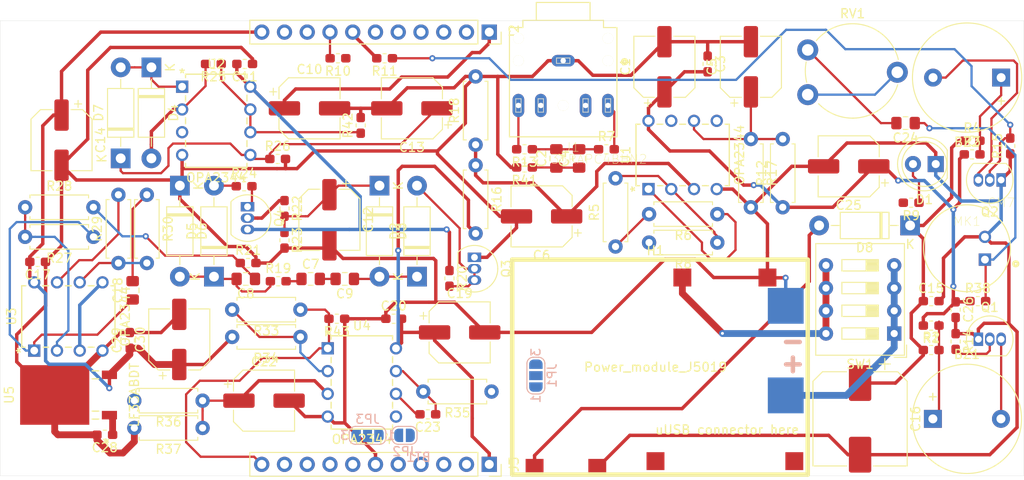
<source format=kicad_pcb>
(kicad_pcb (version 20171130) (host pcbnew 5.0.2-bee76a0~70~ubuntu16.04.1)
  (title_block (title "FISCAL Expansion board") (date 2019-09-15) (rev v01) (comment 2 https://www.gnu.org/licenses/gpl-3.0.en.html) (comment 3 "GNU GENERAL PUBLIC LICENSE Version 3") (comment 4 "Author: Pau Pajuelo"))
  (layers (0 F.Cu signal) (31 B.Cu signal) (36 B.SilkS user) (37 F.SilkS user) (38 B.Mask user) (39 F.Mask user) (44 Edge.Cuts user))
  (net 0 "")
  (net 1 "Net-(BT1-Pad1)")
  (net 2 GNDD)
  (net 3 "Net-(BZ1-Pad1)")
  (net 4 "Net-(BZ1-Pad2)")
  (net 5 "Net-(BZ2-Pad2)")
  (net 6 "Net-(BZ2-Pad1)")
  (net 7 +3V3)
  (net 8 "Net-(C2-Pad2)")
  (net 9 "Net-(C2-Pad1)")
  (net 10 "Net-(C5-Pad1)")
  (net 11 "Net-(C7-Pad1)")
  (net 12 "Net-(C7-Pad2)")
  (net 13 Mic_in_AVC_out)
  (net 14 "Net-(C8-Pad2)")
  (net 15 "Net-(C9-Pad1)")
  (net 16 +5V)
  (net 17 "Net-(C12-Pad1)")
  (net 18 "Net-(C13-Pad1)")
  (net 19 /AVC_AMP_stg1_out)
  (net 20 "Net-(C18-Pad2)")
  (net 21 "Net-(C22-Pad1)")
  (net 22 "Net-(C23-Pad2)")
  (net 23 Mic_in_analog)
  (net 24 "Net-(C24-Pad1)")
  (net 25 "Net-(D1-Pad2)")
  (net 26 "Net-(D2-Pad2)")
  (net 27 "Net-(D4-Pad1)")
  (net 28 /Fdbck_ppp)
  (net 29 "Net-(D5-Pad2)")
  (net 30 "Net-(D8-Pad2)")
  (net 31 "Net-(H1-Pad1)")
  (net 32 "Net-(H1-Pad2)")
  (net 33 VBAT)
  (net 34 "Net-(J1-Pad10)")
  (net 35 "Net-(J1-Pad11)")
  (net 36 "Net-(J1-Pad3)")
  (net 37 "Net-(J1-Pad2)")
  (net 38 "Net-(J2-Pad2)")
  (net 39 "Net-(J2-Pad3)")
  (net 40 "Net-(J2-Pad4)")
  (net 41 "Net-(J2-Pad5)")
  (net 42 "Net-(J2-Pad6)")
  (net 43 PE5_Buzzer1)
  (net 44 PE3_Buzzer2)
  (net 45 "Net-(J2-Pad9)")
  (net 46 "Net-(J2-Pad10)")
  (net 47 PA5_VBAT)
  (net 48 "Net-(J3-Pad10)")
  (net 49 "Net-(J3-Pad9)")
  (net 50 PC3_LSin)
  (net 51 "Net-(J3-Pad7)")
  (net 52 "Net-(J3-Pad5)")
  (net 53 "Net-(J3-Pad4)")
  (net 54 "Net-(J3-Pad3)")
  (net 55 PF6_MICin)
  (net 56 "Net-(JP2-Pad1)")
  (net 57 "Net-(Q1-Pad2)")
  (net 58 "Net-(Q2-Pad2)")
  (net 59 "Net-(Q4-Pad1)")
  (net 60 "Net-(Q4-Pad2)")
  (net 61 "Net-(R5-Pad1)")
  (net 62 "Net-(R5-Pad2)")
  (net 63 "Net-(R9-Pad2)")
  (net 64 Peak_output)
  (net 65 "Net-(R27-Pad2)")
  (net 66 "Net-(R29-Pad1)")
  (net 67 "Net-(R33-Pad2)")
  (net 68 "Net-(R35-Pad1)")
  (net 69 "Net-(JP3-Pad2)")
  (net 70 VGND)
  (module Resistor_THT:R_Axial_DIN0207_L6.3mm_D2.5mm_P7.62mm_Horizontal (layer F.Cu) (at 194.3735 88.265 180)
    (fp_text reference R8 (at 3.81 -2.37 180) (layer F.SilkS))
    (fp_text value 22K)
    (pad 2 thru_hole oval (at 7.62 0 180) (size 1.6 1.6) (drill 0.8) (layers *.Cu *.Mask) (net 9 "Net-(C2-Pad1)"))
    (pad 1 thru_hole circle (at 0 0 180) (size 1.6 1.6) (drill 0.8) (layers *.Cu *.Mask) (net 62 "Net-(R5-Pad2)"))
  )
  (module Capacitor_SMD:CP_Elec_6.3x5.9 (layer F.Cu) (at 198.12 68.6435 90)
    (fp_text reference C5 (at 0 -4.35 90) (layer F.SilkS))
    (fp_text value 22u)
    (pad 1 smd roundrect (at -2.8 0 90) (size 3.5 1.6) (layers F.Cu F.Paste F.Mask) (roundrect_rratio 0.15625) (net 10 "Net-(C5-Pad1)"))
    (pad 2 smd roundrect (at 2.8 0 90) (size 3.5 1.6) (layers F.Cu F.Paste F.Mask) (roundrect_rratio 0.15625) (net 2 GNDD))
  )
  (module Capacitor_SMD:CP_Elec_6.3x5.9 (layer F.Cu) (at 174.752 85.344 180)
    (fp_text reference C6 (at 0 -4.35 180) (layer F.SilkS))
    (fp_text value 22u)
    (pad 2 smd roundrect (at 2.8 0 180) (size 3.5 1.6) (layers F.Cu F.Paste F.Mask) (roundrect_rratio 0.15625) (net 2 GNDD))
    (pad 1 smd roundrect (at -2.8 0 180) (size 3.5 1.6) (layers F.Cu F.Paste F.Mask) (roundrect_rratio 0.15625) (net 70 VGND))
  )
  (module Capacitor_SMD:CP_Elec_6.3x5.9 (layer F.Cu) (at 188.468 68.6435 90)
    (fp_text reference C1 (at 0 -4.35 90) (layer F.SilkS))
    (fp_text value 22u)
    (pad 1 smd roundrect (at -2.8 0 90) (size 3.5 1.6) (layers F.Cu F.Paste F.Mask) (roundrect_rratio 0.15625) (net 7 +3V3))
    (pad 2 smd roundrect (at 2.8 0 90) (size 3.5 1.6) (layers F.Cu F.Paste F.Mask) (roundrect_rratio 0.15625) (net 2 GNDD))
  )
  (module Capacitor_SMD:CP_Elec_6.3x5.9 (layer F.Cu) (at 143.764 105.918)
    (fp_text reference C22 (at 0 -4.35) (layer F.SilkS))
    (fp_text value 22u)
    (pad 2 smd roundrect (at 2.8 0) (size 3.5 1.6) (layers F.Cu F.Paste F.Mask) (roundrect_rratio 0.15625) (net 2 GNDD))
    (pad 1 smd roundrect (at -2.8 0) (size 3.5 1.6) (layers F.Cu F.Paste F.Mask) (roundrect_rratio 0.15625) (net 21 "Net-(C22-Pad1)"))
  )
  (module Capacitor_SMD:CP_Elec_6.3x5.9 (layer F.Cu) (at 148.844 73.279)
    (fp_text reference C10 (at 0 -4.35) (layer F.SilkS))
    (fp_text value 22u)
    (pad 1 smd roundrect (at -2.8 0) (size 3.5 1.6) (layers F.Cu F.Paste F.Mask) (roundrect_rratio 0.15625) (net 16 +5V))
    (pad 2 smd roundrect (at 2.8 0) (size 3.5 1.6) (layers F.Cu F.Paste F.Mask) (roundrect_rratio 0.15625) (net 2 GNDD))
  )
  (module Capacitor_SMD:CP_Elec_6.3x5.9 (layer F.Cu) (at 160.274 73.279 180)
    (fp_text reference C13 (at 0 -4.35 180) (layer F.SilkS))
    (fp_text value 22u)
    (pad 2 smd roundrect (at 2.8 0 180) (size 3.5 1.6) (layers F.Cu F.Paste F.Mask) (roundrect_rratio 0.15625) (net 2 GNDD))
    (pad 1 smd roundrect (at -2.8 0 180) (size 3.5 1.6) (layers F.Cu F.Paste F.Mask) (roundrect_rratio 0.15625) (net 18 "Net-(C13-Pad1)"))
  )
  (module Capacitor_SMD:CP_Elec_6.3x5.9 (layer F.Cu) (at 121.158 76.835 270)
    (fp_text reference C14 (at 0 -4.35 270) (layer F.SilkS))
    (fp_text value 22u)
    (pad 1 smd roundrect (at -2.8 0 270) (size 3.5 1.6) (layers F.Cu F.Paste F.Mask) (roundrect_rratio 0.15625) (net 7 +3V3))
    (pad 2 smd roundrect (at 2.8 0 270) (size 3.5 1.6) (layers F.Cu F.Paste F.Mask) (roundrect_rratio 0.15625) (net 2 GNDD))
  )
  (module Capacitor_SMD:CP_Elec_6.3x5.9 (layer F.Cu) (at 165.608 98.298)
    (fp_text reference C19 (at 0 -4.35) (layer F.SilkS))
    (fp_text value 22u)
    (pad 2 smd roundrect (at 2.8 0) (size 3.5 1.6) (layers F.Cu F.Paste F.Mask) (roundrect_rratio 0.15625) (net 2 GNDD))
    (pad 1 smd roundrect (at -2.8 0) (size 3.5 1.6) (layers F.Cu F.Paste F.Mask) (roundrect_rratio 0.15625) (net 7 +3V3))
  )
  (module Capacitor_SMD:CP_Elec_6.3x5.9 (layer F.Cu) (at 209.042 79.756 180)
    (fp_text reference C25 (at 0 -4.35 180) (layer F.SilkS))
    (fp_text value 22u)
    (pad 1 smd roundrect (at -2.8 0 180) (size 3.5 1.6) (layers F.Cu F.Paste F.Mask) (roundrect_rratio 0.15625) (net 7 +3V3))
    (pad 2 smd roundrect (at 2.8 0 180) (size 3.5 1.6) (layers F.Cu F.Paste F.Mask) (roundrect_rratio 0.15625) (net 2 GNDD))
  )
  (module Capacitor_SMD:CP_Elec_6.3x5.9 (layer F.Cu) (at 134.30146 99.08304 90)
    (fp_text reference C30 (at 0 -4.35 90) (layer F.SilkS))
    (fp_text value 22u)
    (pad 2 smd roundrect (at 2.8 0 90) (size 3.5 1.6) (layers F.Cu F.Paste F.Mask) (roundrect_rratio 0.15625) (net 2 GNDD))
    (pad 1 smd roundrect (at -2.8 0 90) (size 3.5 1.6) (layers F.Cu F.Paste F.Mask) (roundrect_rratio 0.15625) (net 7 +3V3))
  )
  (module Capacitor_SMD:CP_Elec_6.3x5.9 (layer F.Cu) (at 151.0665 85.725 270)
    (fp_text reference C12 (at 0 -4.35 270) (layer F.SilkS))
    (fp_text value 22u)
    (pad 1 smd roundrect (at -2.8 0 270) (size 3.5 1.6) (layers F.Cu F.Paste F.Mask) (roundrect_rratio 0.15625) (net 17 "Net-(C12-Pad1)"))
    (pad 2 smd roundrect (at 2.8 0 270) (size 3.5 1.6) (layers F.Cu F.Paste F.Mask) (roundrect_rratio 0.15625) (net 2 GNDD))
  )
  (module kicad-lib:1-LIPO-400 (layer B.Cu) (at 181.61 100.33)
    (fp_text reference BT1 (at -20.6 11.9) (layer B.SilkS) (effects (justify mirror)))
    (fp_text value 3V7@450mAh)
    (fp_text user - (at 21.2 -1.1) (layer B.SilkS) (effects (font (size 2 2) (thickness 0.5)) (justify mirror)))
    (fp_text user + (at 21.2 1.4) (layer B.SilkS) (effects (font (size 2 2) (thickness 0.5)) (justify mirror)))
    (pad 2 smd rect (at 20.4 -5) (size 4 4) (layers B.Cu B.Paste B.Mask) (net 2 GNDD))
    (pad 1 smd rect (at 20.4 5) (size 4 4) (layers B.Cu B.Paste B.Mask) (net 1 "Net-(BT1-Pad1)"))
  )
  (module Buzzer_Beeper:Buzzer_12x9.5RM7.6 (layer F.Cu) (at 218.44 107.95)
    (fp_text reference BZ1 (at 3.8 -7.2) (layer F.SilkS))
    (fp_text value Buzzer)
    (fp_text user + (at -0.01 -2.54) (layer F.SilkS))
    (pad 2 thru_hole circle (at 7.6 0) (size 2 2) (drill 1) (layers *.Cu *.Mask) (net 4 "Net-(BZ1-Pad2)"))
    (pad 1 thru_hole rect (at 0 0) (size 2 2) (drill 1) (layers *.Cu *.Mask) (net 3 "Net-(BZ1-Pad1)"))
  )
  (module Buzzer_Beeper:Buzzer_12x9.5RM7.6 (layer F.Cu) (at 226.06 69.85 180)
    (fp_text reference BZ2 (at 3.8 -7.2 180) (layer F.SilkS))
    (fp_text value Buzzer)
    (fp_text user + (at -0.01 -2.54 180) (layer F.SilkS))
    (pad 2 thru_hole circle (at 7.6 0 180) (size 2 2) (drill 1) (layers *.Cu *.Mask) (net 5 "Net-(BZ2-Pad2)"))
    (pad 1 thru_hole rect (at 0 0 180) (size 2 2) (drill 1) (layers *.Cu *.Mask) (net 6 "Net-(BZ2-Pad1)"))
  )
  (module Capacitor_SMD:C_0805_2012Metric_Pad1.15x1.40mm_HandSolder (layer F.Cu) (at 176.403 78.876 90)
    (fp_text reference C2 (at 0 -1.65 90) (layer F.SilkS))
    (fp_text value 47u)
    (pad 2 smd roundrect (at 1.025 0 90) (size 1.15 1.4) (layers F.Cu F.Paste F.Mask) (roundrect_rratio 0.217391) (net 8 "Net-(C2-Pad2)"))
    (pad 1 smd roundrect (at -1.025 0 90) (size 1.15 1.4) (layers F.Cu F.Paste F.Mask) (roundrect_rratio 0.217391) (net 9 "Net-(C2-Pad1)"))
  )
  (module Capacitor_SMD:C_0603_1608Metric_Pad1.05x0.95mm_HandSolder (layer F.Cu) (at 193.294 68.326 270)
    (fp_text reference C3 (at 0 -1.43 270) (layer F.SilkS))
    (fp_text value 100n)
    (pad 2 smd roundrect (at 0.875 0 270) (size 1.05 0.95) (layers F.Cu F.Paste F.Mask) (net 7 +3V3))
    (pad 1 smd roundrect (at -0.875 0 270) (size 1.05 0.95) (layers F.Cu F.Paste F.Mask) (net 2 GNDD))
  )
  (module Capacitor_SMD:C_0805_2012Metric_Pad1.15x1.40mm_HandSolder (layer F.Cu) (at 178.943 78.876 90)
    (fp_text reference C4 (at 0 -1.65 90) (layer F.SilkS))
    (fp_text value 47u)
    (pad 2 smd roundrect (at 1.025 0 90) (size 1.15 1.4) (layers F.Cu F.Paste F.Mask) (roundrect_rratio 0.217391) (net 8 "Net-(C2-Pad2)"))
    (pad 1 smd roundrect (at -1.025 0 90) (size 1.15 1.4) (layers F.Cu F.Paste F.Mask) (roundrect_rratio 0.217391) (net 9 "Net-(C2-Pad1)"))
  )
  (module Capacitor_SMD:C_0805_2012Metric_Pad1.15x1.40mm_HandSolder (layer F.Cu) (at 148.971 92.329)
    (fp_text reference C7 (at 0 -1.65) (layer F.SilkS))
    (fp_text value 47u)
    (pad 2 smd roundrect (at 1.025 0) (size 1.15 1.4) (layers F.Cu F.Paste F.Mask) (roundrect_rratio 0.217391) (net 12 "Net-(C7-Pad2)"))
    (pad 1 smd roundrect (at -1.025 0) (size 1.15 1.4) (layers F.Cu F.Paste F.Mask) (roundrect_rratio 0.217391) (net 11 "Net-(C7-Pad1)"))
  )
  (module Capacitor_SMD:C_0805_2012Metric_Pad1.15x1.40mm_HandSolder (layer F.Cu) (at 141.732 92.329 180)
    (fp_text reference C8 (at 0 -1.65 180) (layer F.SilkS))
    (fp_text value 47u)
    (pad 2 smd roundrect (at 1.025 0 180) (size 1.15 1.4) (layers F.Cu F.Paste F.Mask) (roundrect_rratio 0.217391) (net 14 "Net-(C8-Pad2)"))
    (pad 1 smd roundrect (at -1.025 0 180) (size 1.15 1.4) (layers F.Cu F.Paste F.Mask) (roundrect_rratio 0.217391) (net 13 Mic_in_AVC_out))
  )
  (module Capacitor_SMD:C_0805_2012Metric_Pad1.15x1.40mm_HandSolder (layer F.Cu) (at 152.781 92.329 180)
    (fp_text reference C9 (at 0 -1.65 180) (layer F.SilkS))
    (fp_text value 47u)
    (pad 2 smd roundrect (at 1.025 0 180) (size 1.15 1.4) (layers F.Cu F.Paste F.Mask) (roundrect_rratio 0.217391) (net 12 "Net-(C7-Pad2)"))
    (pad 1 smd roundrect (at -1.025 0 180) (size 1.15 1.4) (layers F.Cu F.Paste F.Mask) (roundrect_rratio 0.217391) (net 15 "Net-(C9-Pad1)"))
  )
  (module Capacitor_SMD:C_0603_1608Metric_Pad1.05x0.95mm_HandSolder (layer F.Cu) (at 141.605 68.326 180)
    (fp_text reference C11 (at 0 -1.43 180) (layer F.SilkS))
    (fp_text value 100n)
    (pad 2 smd roundrect (at 0.875 0 180) (size 1.05 0.95) (layers F.Cu F.Paste F.Mask) (net 16 +5V))
    (pad 1 smd roundrect (at -0.875 0 180) (size 1.05 0.95) (layers F.Cu F.Paste F.Mask) (net 2 GNDD))
  )
  (module Capacitor_SMD:C_0603_1608Metric_Pad1.05x0.95mm_HandSolder (layer F.Cu) (at 218.2495 94.8055)
    (fp_text reference C15 (at 0 -1.43) (layer F.SilkS))
    (fp_text value 100n)
    (pad 2 smd roundrect (at 0.875 0) (size 1.05 0.95) (layers F.Cu F.Paste F.Mask) (net 2 GNDD))
    (pad 1 smd roundrect (at -0.875 0) (size 1.05 0.95) (layers F.Cu F.Paste F.Mask) (net 16 +5V))
  )
  (module Capacitor_SMD:CP_Elec_10x10 (layer F.Cu) (at 210.312 107.95 270)
    (fp_text reference C16 (at 0 -6.2 270) (layer F.SilkS))
    (fp_text value 470u)
    (pad 2 smd roundrect (at 4 0 270) (size 4 2.5) (layers F.Cu F.Paste F.Mask) (roundrect_rratio 0.1) (net 2 GNDD))
    (pad 1 smd roundrect (at -4 0 270) (size 4 2.5) (layers F.Cu F.Paste F.Mask) (roundrect_rratio 0.1) (net 16 +5V))
  )
  (module Capacitor_SMD:C_0603_1608Metric_Pad1.05x0.95mm_HandSolder (layer F.Cu) (at 118.491 90.424 180)
    (fp_text reference C17 (at 0 -1.43 180) (layer F.SilkS))
    (fp_text value 100n)
    (pad 2 smd roundrect (at 0.875 0 180) (size 1.05 0.95) (layers F.Cu F.Paste F.Mask) (net 7 +3V3))
    (pad 1 smd roundrect (at -0.875 0 180) (size 1.05 0.95) (layers F.Cu F.Paste F.Mask) (net 2 GNDD))
  )
  (module Capacitor_SMD:C_0805_2012Metric_Pad1.15x1.40mm_HandSolder (layer F.Cu) (at 129.0955 93.599 90)
    (fp_text reference C18 (at 0 -1.65 90) (layer F.SilkS))
    (fp_text value 47u)
    (pad 2 smd roundrect (at 1.025 0 90) (size 1.15 1.4) (layers F.Cu F.Paste F.Mask) (roundrect_rratio 0.217391) (net 20 "Net-(C18-Pad2)"))
    (pad 1 smd roundrect (at -1.025 0 90) (size 1.15 1.4) (layers F.Cu F.Paste F.Mask) (roundrect_rratio 0.217391) (net 19 /AVC_AMP_stg1_out))
  )
  (module Capacitor_SMD:C_0603_1608Metric_Pad1.05x0.95mm_HandSolder (layer F.Cu) (at 158.242 96.774)
    (fp_text reference C20 (at 0 -1.43) (layer F.SilkS))
    (fp_text value 100n)
    (pad 2 smd roundrect (at 0.875 0) (size 1.05 0.95) (layers F.Cu F.Paste F.Mask) (net 7 +3V3))
    (pad 1 smd roundrect (at -0.875 0) (size 1.05 0.95) (layers F.Cu F.Paste F.Mask) (net 2 GNDD))
  )
  (module Capacitor_SMD:C_0603_1608Metric_Pad1.05x0.95mm_HandSolder (layer F.Cu) (at 162.052 107.442 180)
    (fp_text reference C23 (at 0 -1.43 180) (layer F.SilkS))
    (fp_text value 10p)
    (pad 2 smd roundrect (at 0.875 0 180) (size 1.05 0.95) (layers F.Cu F.Paste F.Mask) (net 22 "Net-(C23-Pad2)"))
    (pad 1 smd roundrect (at -0.875 0 180) (size 1.05 0.95) (layers F.Cu F.Paste F.Mask) (net 23 Mic_in_analog))
  )
  (module Capacitor_SMD:C_0805_2012Metric_Pad1.15x1.40mm_HandSolder (layer F.Cu) (at 215.392 74.93 180)
    (fp_text reference C24 (at 0 -1.65 180) (layer F.SilkS))
    (fp_text value 47u)
    (pad 2 smd roundrect (at 1.025 0 180) (size 1.15 1.4) (layers F.Cu F.Paste F.Mask) (roundrect_rratio 0.217391) (net 22 "Net-(C23-Pad2)"))
    (pad 1 smd roundrect (at -1.025 0 180) (size 1.15 1.4) (layers F.Cu F.Paste F.Mask) (roundrect_rratio 0.217391) (net 24 "Net-(C24-Pad1)"))
  )
  (module Capacitor_SMD:C_0603_1608Metric_Pad1.05x0.95mm_HandSolder (layer F.Cu) (at 220.98 95.758 270)
    (fp_text reference C26 (at 0 -1.43 270) (layer F.SilkS))
    (fp_text value 100n)
    (pad 2 smd roundrect (at 0.875 0 270) (size 1.05 0.95) (layers F.Cu F.Paste F.Mask) (net 2 GNDD))
    (pad 1 smd roundrect (at -0.875 0 270) (size 1.05 0.95) (layers F.Cu F.Paste F.Mask) (net 7 +3V3))
  )
  (module Capacitor_SMD:C_0603_1608Metric_Pad1.05x0.95mm_HandSolder (layer F.Cu) (at 125.984 109.728 180)
    (fp_text reference C28 (at 0 -1.43 180) (layer F.SilkS))
    (fp_text value 100n)
    (pad 2 smd roundrect (at 0.875 0 180) (size 1.05 0.95) (layers F.Cu F.Paste F.Mask) (net 2 GNDD))
    (pad 1 smd roundrect (at -0.875 0 180) (size 1.05 0.95) (layers F.Cu F.Paste F.Mask) (net 16 +5V))
  )
  (module Capacitor_SMD:C_0603_1608Metric_Pad1.05x0.95mm_HandSolder (layer F.Cu) (at 128.778 99.187 90)
    (fp_text reference C29 (at 0 -1.43 90) (layer F.SilkS))
    (fp_text value 100n)
    (pad 2 smd roundrect (at 0.875 0 90) (size 1.05 0.95) (layers F.Cu F.Paste F.Mask) (net 2 GNDD))
    (pad 1 smd roundrect (at -0.875 0 90) (size 1.05 0.95) (layers F.Cu F.Paste F.Mask) (net 7 +3V3))
  )
  (module LED_THT:LED_D5.0mm (layer F.Cu) (at 218.7575 79.502 180)
    (fp_text reference D1 (at 1.27 -3.96 180) (layer F.SilkS))
    (fp_text value "RED TH")
    (pad 2 thru_hole circle (at 2.54 0 180) (size 1.8 1.8) (drill 0.9) (layers *.Cu *.Mask) (net 25 "Net-(D1-Pad2)"))
    (pad 1 thru_hole rect (at 0 0 180) (size 1.8 1.8) (drill 0.9) (layers *.Cu *.Mask) (net 2 GNDD))
  )
  (module Diode_THT:D_DO-41_SOD81_P10.16mm_Horizontal (layer F.Cu) (at 160.8455 92.075 90)
    (fp_text reference D2 (at 5.08 -2.47 90) (layer F.SilkS))
    (fp_text value SB160)
    (fp_text user K (at 0 -2.1 90) (layer F.SilkS))
    (pad 2 thru_hole oval (at 10.16 0 90) (size 2.2 2.2) (drill 1.1) (layers *.Cu *.Mask) (net 26 "Net-(D2-Pad2)"))
    (pad 1 thru_hole rect (at 0 0 90) (size 2.2 2.2) (drill 1.1) (layers *.Cu *.Mask) (net 15 "Net-(C9-Pad1)"))
  )
  (module Diode_THT:D_DO-41_SOD81_P10.16mm_Horizontal (layer F.Cu) (at 156.6545 81.915 270)
    (fp_text reference D3 (at 5.08 -2.47 270) (layer F.SilkS))
    (fp_text value SB160)
    (fp_text user K (at 0 -2.1 270) (layer F.SilkS))
    (pad 2 thru_hole oval (at 10.16 0 270) (size 2.2 2.2) (drill 1.1) (layers *.Cu *.Mask) (net 15 "Net-(C9-Pad1)"))
    (pad 1 thru_hole rect (at 0 0 270) (size 2.2 2.2) (drill 1.1) (layers *.Cu *.Mask) (net 17 "Net-(C12-Pad1)"))
  )
  (module Diode_THT:D_DO-41_SOD81_P10.16mm_Horizontal (layer F.Cu) (at 131.191 68.707 270)
    (fp_text reference D4 (at 5.08 -2.47 270) (layer F.SilkS))
    (fp_text value 1N4004)
    (fp_text user K (at 0 -2.1 270) (layer F.SilkS))
    (pad 2 thru_hole oval (at 10.16 0 270) (size 2.2 2.2) (drill 1.1) (layers *.Cu *.Mask) (net 28 /Fdbck_ppp))
    (pad 1 thru_hole rect (at 0 0 270) (size 2.2 2.2) (drill 1.1) (layers *.Cu *.Mask) (net 27 "Net-(D4-Pad1)"))
  )
  (module Diode_THT:D_DO-41_SOD81_P10.16mm_Horizontal (layer F.Cu) (at 138.176 92.075 90)
    (fp_text reference D5 (at 5.08 -2.47 90) (layer F.SilkS))
    (fp_text value SB160)
    (fp_text user K (at 0 -2.1 90) (layer F.SilkS))
    (pad 2 thru_hole oval (at 10.16 0 90) (size 2.2 2.2) (drill 1.1) (layers *.Cu *.Mask) (net 29 "Net-(D5-Pad2)"))
    (pad 1 thru_hole rect (at 0 0 90) (size 2.2 2.2) (drill 1.1) (layers *.Cu *.Mask) (net 14 "Net-(C8-Pad2)"))
  )
  (module Diode_THT:D_DO-41_SOD81_P10.16mm_Horizontal (layer F.Cu) (at 134.366 81.915 270)
    (fp_text reference D6 (at 5.08 -2.47 270) (layer F.SilkS))
    (fp_text value SB160)
    (fp_text user K (at 0 -2.1 270) (layer F.SilkS))
    (pad 2 thru_hole oval (at 10.16 0 270) (size 2.2 2.2) (drill 1.1) (layers *.Cu *.Mask) (net 14 "Net-(C8-Pad2)"))
    (pad 1 thru_hole rect (at 0 0 270) (size 2.2 2.2) (drill 1.1) (layers *.Cu *.Mask) (net 2 GNDD))
  )
  (module Diode_THT:D_DO-41_SOD81_P10.16mm_Horizontal (layer F.Cu) (at 127.762 78.867 90)
    (fp_text reference D7 (at 5.08 -2.47 90) (layer F.SilkS))
    (fp_text value 1N4004)
    (fp_text user K (at 0 -2.1 90) (layer F.SilkS))
    (pad 2 thru_hole oval (at 10.16 0 90) (size 2.2 2.2) (drill 1.1) (layers *.Cu *.Mask) (net 27 "Net-(D4-Pad1)"))
    (pad 1 thru_hole rect (at 0 0 90) (size 2.2 2.2) (drill 1.1) (layers *.Cu *.Mask) (net 18 "Net-(C13-Pad1)"))
  )
  (module Diode_THT:D_DO-41_SOD81_P10.16mm_Horizontal (layer F.Cu) (at 215.9 86.36 180)
    (fp_text reference D8 (at 5.08 -2.47 180) (layer F.SilkS))
    (fp_text value SB160)
    (fp_text user K (at 0 -2.1 180) (layer F.SilkS))
    (pad 2 thru_hole oval (at 10.16 0 180) (size 2.2 2.2) (drill 1.1) (layers *.Cu *.Mask) (net 30 "Net-(D8-Pad2)"))
    (pad 1 thru_hole rect (at 0 0 180) (size 2.2 2.2) (drill 1.1) (layers *.Cu *.Mask) (net 16 +5V))
  )
  (module kicad-lib:J5019 (layer F.Cu) (at 204.47 90.17 180)
    (fp_text reference H1 (at 17 1) (layer F.SilkS))
    (fp_text value Power_module_J5019 (at 17 -12 180) (layer F.SilkS))
    (fp_text user "uUSB connector here" (at 9 -19) (layer F.SilkS))
    (pad 6 smd rect (at 30.5 -23 180) (size 2 1.5) (layers F.Cu F.Paste F.Mask) (net 30 "Net-(D8-Pad2)"))
    (pad 5 smd rect (at 23.5 -23 180) (size 2 1.5) (layers F.Cu F.Paste F.Mask) (net 2 GNDD))
    (pad 4 smd rect (at 4.5 -2 180) (size 2 2) (layers F.Cu F.Paste F.Mask) (net 2 GNDD))
    (pad 3 smd rect (at 14 -2 180) (size 2 2) (layers F.Cu F.Paste F.Mask) (net 33 VBAT))
    (pad 2 smd rect (at 1.5 -22.5 180) (size 2 2) (layers F.Cu F.Paste F.Mask) (net 32 "Net-(H1-Pad2)"))
    (pad 1 smd rect (at 17 -22.5 180) (size 2 2) (layers F.Cu F.Paste F.Mask) (net 31 "Net-(H1-Pad1)"))
  )
  (module kicad-lib:35RAPC4BHN2 (layer F.Cu) (at 177.165 68.961 180)
    (fp_text reference J1 (at -1 -8.66834 180) (layer F.SilkS) (effects (font (size 1.00386 1.00386) (thickness 0.05))))
    (fp_text value 35RAPC4BHN2 (at -4 -10 180) (layer F.SilkS) (effects (font (size 1.00249 1.00249) (thickness 0.05))))
    (fp_line (start 4.7 -3.25) (end 5.3 -3.25) (layer Edge.Cuts) (width 0.1))
    (fp_line (start 5.3 -3.25) (end 5.3 -4.75) (layer Edge.Cuts) (width 0.1))
    (fp_line (start 5.3 -4.75) (end 4.7 -4.75) (layer Edge.Cuts) (width 0.1))
    (fp_line (start 4.7 -4.75) (end 4.7 -3.25) (layer Edge.Cuts) (width 0.1))
    (fp_line (start -5.3 -3.25) (end -4.7 -3.25) (layer Edge.Cuts) (width 0.1))
    (fp_line (start -4.7 -3.25) (end -4.7 -4.75) (layer Edge.Cuts) (width 0.1))
    (fp_line (start -4.7 -4.75) (end -5.3 -4.75) (layer Edge.Cuts) (width 0.1))
    (fp_line (start -5.3 -4.75) (end -5.3 -3.25) (layer Edge.Cuts) (width 0.1))
    (fp_line (start -2.8 -3.25) (end -2.2 -3.25) (layer Edge.Cuts) (width 0.1))
    (fp_line (start -2.2 -3.25) (end -2.2 -4.75) (layer Edge.Cuts) (width 0.1))
    (fp_line (start -2.2 -4.75) (end -2.8 -4.75) (layer Edge.Cuts) (width 0.1))
    (fp_line (start -2.8 -4.75) (end -2.8 -3.25) (layer Edge.Cuts) (width 0.1))
    (fp_line (start 2.2 -3.25) (end 2.8 -3.25) (layer Edge.Cuts) (width 0.1))
    (fp_line (start 2.8 -3.25) (end 2.8 -4.75) (layer Edge.Cuts) (width 0.1))
    (fp_line (start 2.8 -4.75) (end 2.2 -4.75) (layer Edge.Cuts) (width 0.1))
    (fp_line (start 2.2 -4.75) (end 2.2 -3.25) (layer Edge.Cuts) (width 0.1))
    (fp_line (start 0.75 1.3) (end 0.75 0.7) (layer Edge.Cuts) (width 0.1))
    (fp_line (start 0.75 0.7) (end -0.75 0.7) (layer Edge.Cuts) (width 0.1))
    (fp_line (start -0.75 0.7) (end -0.75 1.3) (layer Edge.Cuts) (width 0.1))
    (fp_line (start -0.75 1.3) (end 0.75 1.3) (layer Edge.Cuts) (width 0.1))
    (pad 2 thru_hole oval (at 5 -4 270) (size 2.6 1.3) (drill 0.6) (layers *.Cu *.Mask) (net 37 "Net-(J1-Pad2)"))
    (pad 3 thru_hole oval (at -5 -4 270) (size 2.6 1.3) (drill 0.6) (layers *.Cu *.Mask) (net 36 "Net-(J1-Pad3)"))
    (pad 11 thru_hole oval (at -2.5 -4 270) (size 2.6 1.3) (drill 0.6) (layers *.Cu *.Mask) (net 35 "Net-(J1-Pad11)"))
    (pad 10 thru_hole oval (at 2.5 -4 270) (size 2.6 1.3) (drill 0.6) (layers *.Cu *.Mask) (net 34 "Net-(J1-Pad10)"))
    (pad 1 thru_hole oval (at 0 1) (size 2.6 1.3) (drill 0.6) (layers *.Cu *.Mask) (net 2 GNDD))
    (pad Hole np_thru_hole circle (at 0 -4 180) (size 1.2 1.2) (drill 1.2) (layers *.Cu *.Mask F.SilkS))
    (pad Hole np_thru_hole circle (at -5 1 180) (size 1.2 1.2) (drill 1.2) (layers *.Cu *.Mask F.SilkS))
    (pad Hole np_thru_hole circle (at -5 3.5 180) (size 1.2 1.2) (drill 1.2) (layers *.Cu *.Mask F.SilkS))
    (pad Hole np_thru_hole circle (at 5 1 180) (size 1.2 1.2) (drill 1.2) (layers *.Cu *.Mask F.SilkS))
    (pad Hole np_thru_hole circle (at 5 3.5 180) (size 1.2 1.2) (drill 1.2) (layers *.Cu *.Mask F.SilkS))
  )
  (module Connector_PinSocket_2.54mm:PinSocket_1x11_P2.54mm_Vertical (layer F.Cu) (at 168.91 64.77 270)
    (fp_text reference J2 (at 0 -2.77 270) (layer F.SilkS))
    (fp_text value P1_evens)
    (pad 11 thru_hole oval (at 0 25.4 270) (size 1.7 1.7) (drill 1) (layers *.Cu *.Mask) (net 7 +3V3))
    (pad 10 thru_hole oval (at 0 22.86 270) (size 1.7 1.7) (drill 1) (layers *.Cu *.Mask) (net 46 "Net-(J2-Pad10)"))
    (pad 9 thru_hole oval (at 0 20.32 270) (size 1.7 1.7) (drill 1) (layers *.Cu *.Mask) (net 45 "Net-(J2-Pad9)"))
    (pad 8 thru_hole oval (at 0 17.78 270) (size 1.7 1.7) (drill 1) (layers *.Cu *.Mask) (net 44 PE3_Buzzer2))
    (pad 7 thru_hole oval (at 0 15.24 270) (size 1.7 1.7) (drill 1) (layers *.Cu *.Mask) (net 43 PE5_Buzzer1))
    (pad 6 thru_hole oval (at 0 12.7 270) (size 1.7 1.7) (drill 1) (layers *.Cu *.Mask) (net 42 "Net-(J2-Pad6)"))
    (pad 5 thru_hole oval (at 0 10.16 270) (size 1.7 1.7) (drill 1) (layers *.Cu *.Mask) (net 41 "Net-(J2-Pad5)"))
    (pad 4 thru_hole oval (at 0 7.62 270) (size 1.7 1.7) (drill 1) (layers *.Cu *.Mask) (net 40 "Net-(J2-Pad4)"))
    (pad 3 thru_hole oval (at 0 5.08 270) (size 1.7 1.7) (drill 1) (layers *.Cu *.Mask) (net 39 "Net-(J2-Pad3)"))
    (pad 2 thru_hole oval (at 0 2.54 270) (size 1.7 1.7) (drill 1) (layers *.Cu *.Mask) (net 38 "Net-(J2-Pad2)"))
    (pad 1 thru_hole rect (at 0 0 270) (size 1.7 1.7) (drill 1) (layers *.Cu *.Mask) (net 16 +5V))
  )
  (module Connector_PinSocket_2.54mm:PinSocket_1x11_P2.54mm_Vertical (layer F.Cu) (at 168.91 113.03 270)
    (fp_text reference J3 (at 0 -2.77 270) (layer F.SilkS))
    (fp_text value P2_odds)
    (pad 11 thru_hole oval (at 0 25.4 270) (size 1.7 1.7) (drill 1) (layers *.Cu *.Mask) (net 47 PA5_VBAT))
    (pad 10 thru_hole oval (at 0 22.86 270) (size 1.7 1.7) (drill 1) (layers *.Cu *.Mask) (net 48 "Net-(J3-Pad10)"))
    (pad 9 thru_hole oval (at 0 20.32 270) (size 1.7 1.7) (drill 1) (layers *.Cu *.Mask) (net 49 "Net-(J3-Pad9)"))
    (pad 8 thru_hole oval (at 0 17.78 270) (size 1.7 1.7) (drill 1) (layers *.Cu *.Mask) (net 50 PC3_LSin))
    (pad 7 thru_hole oval (at 0 15.24 270) (size 1.7 1.7) (drill 1) (layers *.Cu *.Mask) (net 51 "Net-(J3-Pad7)"))
    (pad 6 thru_hole oval (at 0 12.7 270) (size 1.7 1.7) (drill 1) (layers *.Cu *.Mask) (net 2 GNDD))
    (pad 5 thru_hole oval (at 0 10.16 270) (size 1.7 1.7) (drill 1) (layers *.Cu *.Mask) (net 52 "Net-(J3-Pad5)"))
    (pad 4 thru_hole oval (at 0 7.62 270) (size 1.7 1.7) (drill 1) (layers *.Cu *.Mask) (net 53 "Net-(J3-Pad4)"))
    (pad 3 thru_hole oval (at 0 5.08 270) (size 1.7 1.7) (drill 1) (layers *.Cu *.Mask) (net 54 "Net-(J3-Pad3)"))
    (pad 2 thru_hole oval (at 0 2.54 270) (size 1.7 1.7) (drill 1) (layers *.Cu *.Mask) (net 55 PF6_MICin))
    (pad 1 thru_hole rect (at 0 0 270) (size 1.7 1.7) (drill 1) (layers *.Cu *.Mask) (net 7 +3V3))
  )
  (module Jumper:SolderJumper-3_P1.3mm_Open_RoundedPad1.0x1.5mm_NumberLabels (layer B.Cu) (at 174.117 103.124 90)
    (fp_text reference JP1 (at 0 1.8 90) (layer B.SilkS) (effects (justify mirror)))
    (fp_text value SolderJumper_3_Open)
    (fp_text user 1 (at -2.6 0 90) (layer B.SilkS) (effects (justify mirror)))
    (fp_text user 3 (at 2.6 0 90) (layer B.SilkS) (effects (justify mirror)))
    (pad 2 smd rect (at 0 0 90) (size 1 1.5) (layers B.Cu B.Mask) (net 23 Mic_in_analog))
    (pad 3 smd custom (at 1.3 0 90) (size 1 0.5) (layers B.Cu B.Mask) (net 12 "Net-(C7-Pad2)") (options (clearance outline) (anchor rect)) (primitives (gr_circle (center 0 -0.25) (end 0.5 -0.25) (width 0)) (gr_circle (center 0 0.25) (end 0.5 0.25) (width 0)) (gr_poly (pts (xy -0.55 0.75) (xy 0 0.75) (xy 0 -0.75) (xy -0.55 -0.75)) (width 0))))
    (pad 1 smd custom (at -1.3 0 90) (size 1 0.5) (layers B.Cu B.Mask) (net 55 PF6_MICin) (options (clearance outline) (anchor rect)) (primitives (gr_circle (center 0 -0.25) (end 0.5 -0.25) (width 0)) (gr_circle (center 0 0.25) (end 0.5 0.25) (width 0)) (gr_poly (pts (xy 0.55 0.75) (xy 0 0.75) (xy 0 -0.75) (xy 0.55 -0.75)) (width 0))))
  )
  (module Jumper:SolderJumper-2_P1.3mm_Open_RoundedPad1.0x1.5mm (layer B.Cu) (at 159.4485 109.7915)
    (fp_text reference JP2 (at 0 1.8) (layer B.SilkS) (effects (justify mirror)))
    (fp_text value SolderJumper_2_Open)
    (pad 2 smd custom (at 0.65 0) (size 1 0.5) (layers B.Cu B.Mask) (net 55 PF6_MICin) (options (clearance outline) (anchor rect)) (primitives (gr_circle (center 0 -0.25) (end 0.5 -0.25) (width 0)) (gr_circle (center 0 0.25) (end 0.5 0.25) (width 0)) (gr_poly (pts (xy 0 0.75) (xy -0.5 0.75) (xy -0.5 -0.75) (xy 0 -0.75)) (width 0))))
    (pad 1 smd custom (at -0.65 0) (size 1 0.5) (layers B.Cu B.Mask) (net 56 "Net-(JP2-Pad1)") (options (clearance outline) (anchor rect)) (primitives (gr_circle (center 0 -0.25) (end 0.5 -0.25) (width 0)) (gr_circle (center 0 0.25) (end 0.5 0.25) (width 0)) (gr_poly (pts (xy 0 0.75) (xy 0.5 0.75) (xy 0.5 -0.75) (xy 0 -0.75)) (width 0))))
  )
  (module kicad-lib:CME7 (layer F.Cu) (at 222.25 88.9)
    (fp_text reference MK1 (at 0 -3) (layer F.SilkS) (effects (font (size 1.00035 1.00035) (thickness 0.05))))
    (fp_text value CM7 (at 3.81 -5.08) (layer F.SilkS) (effects (font (size 1.001 1.001) (thickness 0.05))))
    (pad 2 thru_hole circle (at 2 -1.27) (size 1.378 1.378) (drill 0.87) (layers *.Cu *.Mask) (net 2 GNDD))
    (pad 1 thru_hole rect (at 2 1.27) (size 1.378 1.378) (drill 0.87) (layers *.Cu *.Mask) (net 24 "Net-(C24-Pad1)"))
  )
  (module Package_TO_SOT_THT:TO-92_Inline (layer F.Cu) (at 223.52 99.06)
    (fp_text reference Q1 (at 1.27 -3.56) (layer F.SilkS))
    (fp_text value 2N3904)
    (pad 1 thru_hole rect (at 0 0) (size 1.05 1.5) (drill 0.75) (layers *.Cu *.Mask) (net 2 GNDD))
    (pad 3 thru_hole oval (at 2.54 0) (size 1.05 1.5) (drill 0.75) (layers *.Cu *.Mask) (net 4 "Net-(BZ1-Pad2)"))
    (pad 2 thru_hole oval (at 1.27 0) (size 1.05 1.5) (drill 0.75) (layers *.Cu *.Mask) (net 57 "Net-(Q1-Pad2)"))
  )
  (module Package_TO_SOT_THT:TO-92_Inline (layer F.Cu) (at 226.06 81.28 180)
    (fp_text reference Q2 (at 1.27 -3.56 180) (layer F.SilkS))
    (fp_text value 2N3904)
    (pad 1 thru_hole rect (at 0 0 180) (size 1.05 1.5) (drill 0.75) (layers *.Cu *.Mask) (net 2 GNDD))
    (pad 3 thru_hole oval (at 2.54 0 180) (size 1.05 1.5) (drill 0.75) (layers *.Cu *.Mask) (net 5 "Net-(BZ2-Pad2)"))
    (pad 2 thru_hole oval (at 1.27 0 180) (size 1.05 1.5) (drill 0.75) (layers *.Cu *.Mask) (net 58 "Net-(Q2-Pad2)"))
  )
  (module Package_TO_SOT_THT:TO-92_Inline (layer F.Cu) (at 167.259 89.916 270)
    (fp_text reference Q3 (at 1.27 -3.56 270) (layer F.SilkS))
    (fp_text value 2N3904)
    (pad 1 thru_hole rect (at 0 0 270) (size 1.05 1.5) (drill 0.75) (layers *.Cu *.Mask) (net 2 GNDD))
    (pad 3 thru_hole oval (at 2.54 0 270) (size 1.05 1.5) (drill 0.75) (layers *.Cu *.Mask) (net 26 "Net-(D2-Pad2)"))
    (pad 2 thru_hole oval (at 1.27 0 270) (size 1.05 1.5) (drill 0.75) (layers *.Cu *.Mask) (net 26 "Net-(D2-Pad2)"))
  )
  (module Package_TO_SOT_THT:TO-92_Inline (layer F.Cu) (at 141.9225 84.2645 270)
    (fp_text reference Q4 (at 1.27 -3.56 270) (layer F.SilkS))
    (fp_text value 2N3904)
    (pad 1 thru_hole rect (at 0 0 270) (size 1.05 1.5) (drill 0.75) (layers *.Cu *.Mask) (net 59 "Net-(Q4-Pad1)"))
    (pad 3 thru_hole oval (at 2.54 0 270) (size 1.05 1.5) (drill 0.75) (layers *.Cu *.Mask) (net 16 +5V))
    (pad 2 thru_hole oval (at 1.27 0 270) (size 1.05 1.5) (drill 0.75) (layers *.Cu *.Mask) (net 60 "Net-(Q4-Pad2)"))
  )
  (module Resistor_SMD:R_0603_1608Metric_Pad1.05x0.95mm_HandSolder (layer F.Cu) (at 218.2495 97.536 180)
    (fp_text reference R1 (at 0 -1.43 180) (layer F.SilkS))
    (fp_text value 0R)
    (pad 2 smd roundrect (at 0.875 0 180) (size 1.05 0.95) (layers F.Cu F.Paste F.Mask) (net 7 +3V3))
    (pad 1 smd roundrect (at -0.875 0 180) (size 1.05 0.95) (layers F.Cu F.Paste F.Mask) (net 3 "Net-(BZ1-Pad1)"))
  )
  (module Resistor_SMD:R_0603_1608Metric_Pad1.05x0.95mm_HandSolder (layer F.Cu) (at 218.2495 100.2665)
    (fp_text reference R2 (at 0 -1.43) (layer F.SilkS))
    (fp_text value 0R)
    (pad 2 smd roundrect (at 0.875 0) (size 1.05 0.95) (layers F.Cu F.Paste F.Mask) (net 3 "Net-(BZ1-Pad1)"))
    (pad 1 smd roundrect (at -0.875 0) (size 1.05 0.95) (layers F.Cu F.Paste F.Mask) (net 16 +5V))
  )
  (module Resistor_SMD:R_0603_1608Metric_Pad1.05x0.95mm_HandSolder (layer F.Cu) (at 222.8215 78.4225)
    (fp_text reference R3 (at 0 -1.43) (layer F.SilkS))
    (fp_text value 0R)
    (pad 2 smd roundrect (at 0.875 0) (size 1.05 0.95) (layers F.Cu F.Paste F.Mask) (net 6 "Net-(BZ2-Pad1)"))
    (pad 1 smd roundrect (at -0.875 0) (size 1.05 0.95) (layers F.Cu F.Paste F.Mask) (net 7 +3V3))
  )
  (module Resistor_SMD:R_0603_1608Metric_Pad1.05x0.95mm_HandSolder (layer F.Cu) (at 222.8215 76.8985)
    (fp_text reference R4 (at 0 -1.43) (layer F.SilkS))
    (fp_text value 0R)
    (pad 2 smd roundrect (at 0.875 0) (size 1.05 0.95) (layers F.Cu F.Paste F.Mask) (net 6 "Net-(BZ2-Pad1)"))
    (pad 1 smd roundrect (at -0.875 0) (size 1.05 0.95) (layers F.Cu F.Paste F.Mask) (net 16 +5V))
  )
  (module Resistor_THT:R_Axial_DIN0207_L6.3mm_D2.5mm_P7.62mm_Horizontal (layer F.Cu) (at 183.007 88.7095 90)
    (fp_text reference R5 (at 3.81 -2.37 90) (layer F.SilkS))
    (fp_text value 22K)
    (pad 2 thru_hole oval (at 7.62 0 90) (size 1.6 1.6) (drill 0.8) (layers *.Cu *.Mask) (net 62 "Net-(R5-Pad2)"))
    (pad 1 thru_hole circle (at 0 0 90) (size 1.6 1.6) (drill 0.8) (layers *.Cu *.Mask) (net 61 "Net-(R5-Pad1)"))
  )
  (module Resistor_THT:R_Axial_DIN0207_L6.3mm_D2.5mm_P7.62mm_Horizontal (layer F.Cu) (at 194.3735 85.09 180)
    (fp_text reference R6 (at 3.81 -2.37 180) (layer F.SilkS))
    (fp_text value 47K)
    (pad 2 thru_hole oval (at 7.62 0 180) (size 1.6 1.6) (drill 0.8) (layers *.Cu *.Mask) (net 61 "Net-(R5-Pad1)"))
    (pad 1 thru_hole circle (at 0 0 180) (size 1.6 1.6) (drill 0.8) (layers *.Cu *.Mask) (net 50 PC3_LSin))
  )
  (module Resistor_SMD:R_0603_1608Metric_Pad1.05x0.95mm_HandSolder (layer F.Cu) (at 181.991 77.851)
    (fp_text reference R7 (at 0 -1.43) (layer F.SilkS))
    (fp_text value 33R)
    (pad 2 smd roundrect (at 0.875 0) (size 1.05 0.95) (layers F.Cu F.Paste F.Mask) (net 36 "Net-(J1-Pad3)"))
    (pad 1 smd roundrect (at -0.875 0) (size 1.05 0.95) (layers F.Cu F.Paste F.Mask) (net 8 "Net-(C2-Pad2)"))
  )
  (module Resistor_SMD:R_0603_1608Metric_Pad1.05x0.95mm_HandSolder (layer F.Cu) (at 216.013 83.82 180)
    (fp_text reference R9 (at 0 -1.43 180) (layer F.SilkS))
    (fp_text value 220R)
    (pad 2 smd roundrect (at 0.875 0 180) (size 1.05 0.95) (layers F.Cu F.Paste F.Mask) (net 63 "Net-(R9-Pad2)"))
    (pad 1 smd roundrect (at -0.875 0 180) (size 1.05 0.95) (layers F.Cu F.Paste F.Mask) (net 25 "Net-(D1-Pad2)"))
  )
  (module Resistor_SMD:R_0603_1608Metric_Pad1.05x0.95mm_HandSolder (layer F.Cu) (at 152.019 67.691 180)
    (fp_text reference R10 (at 0 -1.43 180) (layer F.SilkS))
    (fp_text value 10K)
    (pad 2 smd roundrect (at 0.875 0 180) (size 1.05 0.95) (layers F.Cu F.Paste F.Mask) (net 44 PE3_Buzzer2))
    (pad 1 smd roundrect (at -0.875 0 180) (size 1.05 0.95) (layers F.Cu F.Paste F.Mask) (net 57 "Net-(Q1-Pad2)"))
  )
  (module Resistor_SMD:R_0603_1608Metric_Pad1.05x0.95mm_HandSolder (layer F.Cu) (at 157.226 67.691 180)
    (fp_text reference R11 (at 0 -1.43 180) (layer F.SilkS))
    (fp_text value 10K)
    (pad 2 smd roundrect (at 0.875 0 180) (size 1.05 0.95) (layers F.Cu F.Paste F.Mask) (net 43 PE5_Buzzer1))
    (pad 1 smd roundrect (at -0.875 0 180) (size 1.05 0.95) (layers F.Cu F.Paste F.Mask) (net 58 "Net-(Q2-Pad2)"))
  )
  (module Resistor_THT:R_Axial_DIN0207_L6.3mm_D2.5mm_P7.62mm_Horizontal (layer F.Cu) (at 201.676 84.328 90)
    (fp_text reference R12 (at 3.81 -2.37 90) (layer F.SilkS))
    (fp_text value 4K7)
    (pad 2 thru_hole oval (at 7.62 0 90) (size 1.6 1.6) (drill 0.8) (layers *.Cu *.Mask) (net 10 "Net-(C5-Pad1)"))
    (pad 1 thru_hole circle (at 0 0 90) (size 1.6 1.6) (drill 0.8) (layers *.Cu *.Mask) (net 7 +3V3))
  )
  (module Resistor_SMD:R_0603_1608Metric_Pad1.05x0.95mm_HandSolder (layer F.Cu) (at 172.847 77.851 180)
    (fp_text reference R13 (at 0 -1.43 180) (layer F.SilkS))
    (fp_text value 33R)
    (pad 2 smd roundrect (at 0.875 0 180) (size 1.05 0.95) (layers F.Cu F.Paste F.Mask) (net 37 "Net-(J1-Pad2)"))
    (pad 1 smd roundrect (at -0.875 0 180) (size 1.05 0.95) (layers F.Cu F.Paste F.Mask) (net 8 "Net-(C2-Pad2)"))
  )
  (module Resistor_SMD:R_0603_1608Metric_Pad1.05x0.95mm_HandSolder (layer F.Cu) (at 220.98 99.314 270)
    (fp_text reference R14 (at 0 -1.43 270) (layer F.SilkS))
    (fp_text value 22K)
    (pad 2 smd roundrect (at 0.875 0 270) (size 1.05 0.95) (layers F.Cu F.Paste F.Mask) (net 57 "Net-(Q1-Pad2)"))
    (pad 1 smd roundrect (at -0.875 0 270) (size 1.05 0.95) (layers F.Cu F.Paste F.Mask) (net 2 GNDD))
  )
  (module Resistor_SMD:R_0603_1608Metric_Pad1.05x0.95mm_HandSolder (layer F.Cu) (at 227.076 77.484 90)
    (fp_text reference R15 (at 0 -1.43 90) (layer F.SilkS))
    (fp_text value 22K)
    (pad 2 smd roundrect (at 0.875 0 90) (size 1.05 0.95) (layers F.Cu F.Paste F.Mask) (net 58 "Net-(Q2-Pad2)"))
    (pad 1 smd roundrect (at -0.875 0 90) (size 1.05 0.95) (layers F.Cu F.Paste F.Mask) (net 2 GNDD))
  )
  (module Resistor_THT:R_Axial_DIN0207_L6.3mm_D2.5mm_P7.62mm_Horizontal (layer F.Cu) (at 167.386 79.629 270)
    (fp_text reference R16 (at 3.81 -2.37 270) (layer F.SilkS))
    (fp_text value 10K)
    (pad 2 thru_hole oval (at 7.62 0 270) (size 1.6 1.6) (drill 0.8) (layers *.Cu *.Mask) (net 7 +3V3))
    (pad 1 thru_hole circle (at 0 0 270) (size 1.6 1.6) (drill 0.8) (layers *.Cu *.Mask) (net 70 VGND))
  )
  (module Resistor_THT:R_Axial_DIN0207_L6.3mm_D2.5mm_P7.62mm_Horizontal (layer F.Cu) (at 198.12 76.708 270)
    (fp_text reference R17 (at 3.81 -2.37 270) (layer F.SilkS))
    (fp_text value 22K)
    (pad 2 thru_hole oval (at 7.62 0 270) (size 1.6 1.6) (drill 0.8) (layers *.Cu *.Mask) (net 2 GNDD))
    (pad 1 thru_hole circle (at 0 0 270) (size 1.6 1.6) (drill 0.8) (layers *.Cu *.Mask) (net 10 "Net-(C5-Pad1)"))
  )
  (module Resistor_THT:R_Axial_DIN0207_L6.3mm_D2.5mm_P7.62mm_Horizontal (layer F.Cu) (at 167.386 77.343 90)
    (fp_text reference R18 (at 3.81 -2.37 90) (layer F.SilkS))
    (fp_text value 10K)
    (pad 2 thru_hole oval (at 7.62 0 90) (size 1.6 1.6) (drill 0.8) (layers *.Cu *.Mask) (net 2 GNDD))
    (pad 1 thru_hole circle (at 0 0 90) (size 1.6 1.6) (drill 0.8) (layers *.Cu *.Mask) (net 70 VGND))
  )
  (module Resistor_SMD:R_0603_1608Metric_Pad1.05x0.95mm_HandSolder (layer F.Cu) (at 145.3515 92.583)
    (fp_text reference R19 (at 0 -1.43) (layer F.SilkS))
    (fp_text value 10K)
    (pad 2 smd roundrect (at 0.875 0) (size 1.05 0.95) (layers F.Cu F.Paste F.Mask) (net 11 "Net-(C7-Pad1)"))
    (pad 1 smd roundrect (at -0.875 0) (size 1.05 0.95) (layers F.Cu F.Paste F.Mask) (net 14 "Net-(C8-Pad2)"))
  )
  (module Resistor_SMD:R_0603_1608Metric_Pad1.05x0.95mm_HandSolder (layer F.Cu) (at 164.465 92.2655 270)
    (fp_text reference R20 (at 0 -1.43 270) (layer F.SilkS))
    (fp_text value 10K)
    (pad 2 smd roundrect (at 0.875 0 270) (size 1.05 0.95) (layers F.Cu F.Paste F.Mask) (net 26 "Net-(D2-Pad2)"))
    (pad 1 smd roundrect (at -0.875 0 270) (size 1.05 0.95) (layers F.Cu F.Paste F.Mask) (net 16 +5V))
  )
  (module Resistor_SMD:R_0603_1608Metric_Pad1.05x0.95mm_HandSolder (layer F.Cu) (at 141.986 90.551)
    (fp_text reference R21 (at 0 -1.43) (layer F.SilkS))
    (fp_text value 100K)
    (pad 2 smd roundrect (at 0.875 0) (size 1.05 0.95) (layers F.Cu F.Paste F.Mask) (net 2 GNDD))
    (pad 1 smd roundrect (at -0.875 0) (size 1.05 0.95) (layers F.Cu F.Paste F.Mask) (net 13 Mic_in_AVC_out))
  )
  (module Resistor_SMD:R_0603_1608Metric_Pad1.05x0.95mm_HandSolder (layer F.Cu) (at 146.05 84.455 270)
    (fp_text reference R22 (at 0 -1.43 270) (layer F.SilkS))
    (fp_text value 100R)
    (pad 2 smd roundrect (at 0.875 0 270) (size 1.05 0.95) (layers F.Cu F.Paste F.Mask) (net 17 "Net-(C12-Pad1)"))
    (pad 1 smd roundrect (at -0.875 0 270) (size 1.05 0.95) (layers F.Cu F.Paste F.Mask) (net 60 "Net-(Q4-Pad2)"))
  )
  (module Resistor_SMD:R_0603_1608Metric_Pad1.05x0.95mm_HandSolder (layer F.Cu) (at 146.05 88.011 270)
    (fp_text reference R23 (at 0 -1.43 270) (layer F.SilkS))
    (fp_text value 100K)
    (pad 2 smd roundrect (at 0.875 0 270) (size 1.05 0.95) (layers F.Cu F.Paste F.Mask) (net 2 GNDD))
    (pad 1 smd roundrect (at -0.875 0 270) (size 1.05 0.95) (layers F.Cu F.Paste F.Mask) (net 17 "Net-(C12-Pad1)"))
  )
  (module Resistor_SMD:R_0603_1608Metric_Pad1.05x0.95mm_HandSolder (layer F.Cu) (at 141.5415 81.9785)
    (fp_text reference R24 (at 0 -1.43) (layer F.SilkS))
    (fp_text value 4K7)
    (pad 2 smd roundrect (at 0.875 0) (size 1.05 0.95) (layers F.Cu F.Paste F.Mask) (net 59 "Net-(Q4-Pad1)"))
    (pad 1 smd roundrect (at -0.875 0) (size 1.05 0.95) (layers F.Cu F.Paste F.Mask) (net 29 "Net-(D5-Pad2)"))
  )
  (module Resistor_SMD:R_0603_1608Metric_Pad1.05x0.95mm_HandSolder (layer F.Cu) (at 138.1125 68.326 180)
    (fp_text reference R25 (at 0 -1.43 180) (layer F.SilkS))
    (fp_text value 22K)
    (pad 2 smd roundrect (at 0.875 0 180) (size 1.05 0.95) (layers F.Cu F.Paste F.Mask) (net 28 /Fdbck_ppp))
    (pad 1 smd roundrect (at -0.875 0 180) (size 1.05 0.95) (layers F.Cu F.Paste F.Mask) (net 64 Peak_output))
  )
  (module Resistor_SMD:R_0603_1608Metric_Pad1.05x0.95mm_HandSolder (layer F.Cu) (at 145.288 78.9305)
    (fp_text reference R26 (at 0 -1.43) (layer F.SilkS))
    (fp_text value 1Meg)
    (pad 2 smd roundrect (at 0.875 0) (size 1.05 0.95) (layers F.Cu F.Paste F.Mask) (net 2 GNDD))
    (pad 1 smd roundrect (at -0.875 0) (size 1.05 0.95) (layers F.Cu F.Paste F.Mask) (net 18 "Net-(C13-Pad1)"))
  )
  (module Resistor_THT:R_Axial_DIN0207_L6.3mm_D2.5mm_P7.62mm_Horizontal (layer F.Cu) (at 124.714 87.63 180)
    (fp_text reference R27 (at 3.81 -2.37 180) (layer F.SilkS))
    (fp_text value 47K)
    (pad 2 thru_hole oval (at 7.62 0 180) (size 1.6 1.6) (drill 0.8) (layers *.Cu *.Mask) (net 65 "Net-(R27-Pad2)"))
    (pad 1 thru_hole circle (at 0 0 180) (size 1.6 1.6) (drill 0.8) (layers *.Cu *.Mask) (net 19 /AVC_AMP_stg1_out))
  )
  (module Resistor_THT:R_Axial_DIN0207_L6.3mm_D2.5mm_P7.62mm_Horizontal (layer F.Cu) (at 117.094 84.328)
    (fp_text reference R28 (at 3.81 -2.37) (layer F.SilkS))
    (fp_text value 10K)
    (pad 2 thru_hole oval (at 7.62 0) (size 1.6 1.6) (drill 0.8) (layers *.Cu *.Mask) (net 13 Mic_in_AVC_out))
    (pad 1 thru_hole circle (at 0 0) (size 1.6 1.6) (drill 0.8) (layers *.Cu *.Mask) (net 65 "Net-(R27-Pad2)"))
  )
  (module Resistor_THT:R_Axial_DIN0207_L6.3mm_D2.5mm_P7.62mm_Horizontal (layer F.Cu) (at 127.508 90.551 90)
    (fp_text reference R29 (at 3.81 -2.37 90) (layer F.SilkS))
    (fp_text value 47K)
    (pad 2 thru_hole oval (at 7.62 0 90) (size 1.6 1.6) (drill 0.8) (layers *.Cu *.Mask) (net 56 "Net-(JP2-Pad1)"))
    (pad 1 thru_hole circle (at 0 0 90) (size 1.6 1.6) (drill 0.8) (layers *.Cu *.Mask) (net 66 "Net-(R29-Pad1)"))
  )
  (module Resistor_THT:R_Axial_DIN0207_L6.3mm_D2.5mm_P7.62mm_Horizontal (layer F.Cu) (at 130.683 82.931 270)
    (fp_text reference R30 (at 3.81 -2.37 270) (layer F.SilkS))
    (fp_text value 10K)
    (pad 2 thru_hole oval (at 7.62 0 270) (size 1.6 1.6) (drill 0.8) (layers *.Cu *.Mask) (net 66 "Net-(R29-Pad1)"))
    (pad 1 thru_hole circle (at 0 0 270) (size 1.6 1.6) (drill 0.8) (layers *.Cu *.Mask) (net 20 "Net-(C18-Pad2)"))
  )
  (module Resistor_THT:R_Axial_DIN0207_L6.3mm_D2.5mm_P7.62mm_Horizontal (layer F.Cu) (at 147.828 95.758 180)
    (fp_text reference R33 (at 3.81 -2.37 180) (layer F.SilkS))
    (fp_text value 22K)
    (pad 2 thru_hole oval (at 7.62 0 180) (size 1.6 1.6) (drill 0.8) (layers *.Cu *.Mask) (net 67 "Net-(R33-Pad2)"))
    (pad 1 thru_hole circle (at 0 0 180) (size 1.6 1.6) (drill 0.8) (layers *.Cu *.Mask) (net 47 PA5_VBAT))
  )
  (module Resistor_THT:R_Axial_DIN0207_L6.3mm_D2.5mm_P7.62mm_Horizontal (layer F.Cu) (at 147.828 98.806 180)
    (fp_text reference R34 (at 3.81 -2.37 180) (layer F.SilkS))
    (fp_text value 10K)
    (pad 2 thru_hole oval (at 7.62 0 180) (size 1.6 1.6) (drill 0.8) (layers *.Cu *.Mask) (net 7 +3V3))
    (pad 1 thru_hole circle (at 0 0 180) (size 1.6 1.6) (drill 0.8) (layers *.Cu *.Mask) (net 67 "Net-(R33-Pad2)"))
  )
  (module Resistor_THT:R_Axial_DIN0207_L6.3mm_D2.5mm_P7.62mm_Horizontal (layer F.Cu) (at 169.164 104.902 180)
    (fp_text reference R35 (at 3.81 -2.37 180) (layer F.SilkS))
    (fp_text value 22K)
    (pad 2 thru_hole oval (at 7.62 0 180) (size 1.6 1.6) (drill 0.8) (layers *.Cu *.Mask) (net 23 Mic_in_analog))
    (pad 1 thru_hole circle (at 0 0 180) (size 1.6 1.6) (drill 0.8) (layers *.Cu *.Mask) (net 68 "Net-(R35-Pad1)"))
  )
  (module Resistor_THT:R_Axial_DIN0207_L6.3mm_D2.5mm_P7.62mm_Horizontal (layer F.Cu) (at 136.906 105.918 180)
    (fp_text reference R36 (at 3.81 -2.37 180) (layer F.SilkS))
    (fp_text value 10K)
    (pad 2 thru_hole oval (at 7.62 0 180) (size 1.6 1.6) (drill 0.8) (layers *.Cu *.Mask) (net 33 VBAT))
    (pad 1 thru_hole circle (at 0 0 180) (size 1.6 1.6) (drill 0.8) (layers *.Cu *.Mask) (net 21 "Net-(C22-Pad1)"))
  )
  (module Resistor_THT:R_Axial_DIN0207_L6.3mm_D2.5mm_P7.62mm_Horizontal (layer F.Cu) (at 136.906 108.966 180)
    (fp_text reference R37 (at 3.81 -2.37 180) (layer F.SilkS))
    (fp_text value 22K)
    (pad 2 thru_hole oval (at 7.62 0 180) (size 1.6 1.6) (drill 0.8) (layers *.Cu *.Mask) (net 2 GNDD))
    (pad 1 thru_hole circle (at 0 0 180) (size 1.6 1.6) (drill 0.8) (layers *.Cu *.Mask) (net 21 "Net-(C22-Pad1)"))
  )
  (module Resistor_SMD:R_0603_1608Metric_Pad1.05x0.95mm_HandSolder (layer F.Cu) (at 223.4565 94.8055)
    (fp_text reference R38 (at 0 -1.43) (layer F.SilkS))
    (fp_text value 2K2)
    (pad 2 smd roundrect (at 0.875 0) (size 1.05 0.95) (layers F.Cu F.Paste F.Mask) (net 24 "Net-(C24-Pad1)"))
    (pad 1 smd roundrect (at -0.875 0) (size 1.05 0.95) (layers F.Cu F.Paste F.Mask) (net 7 +3V3))
  )
  (module Resistor_SMD:R_0603_1608Metric_Pad1.05x0.95mm_HandSolder (layer F.Cu) (at 172.847 79.883 180)
    (fp_text reference R41 (at 0 -1.43 180) (layer F.SilkS))
    (fp_text value 100K)
    (pad 2 smd roundrect (at 0.875 0 180) (size 1.05 0.95) (layers F.Cu F.Paste F.Mask) (net 2 GNDD))
    (pad 1 smd roundrect (at -0.875 0 180) (size 1.05 0.95) (layers F.Cu F.Paste F.Mask) (net 9 "Net-(C2-Pad1)"))
  )
  (module Resistor_SMD:R_0603_1608Metric_Pad1.05x0.95mm_HandSolder (layer F.Cu) (at 154.559 75.184 90)
    (fp_text reference R42 (at 0 -1.43 90) (layer F.SilkS))
    (fp_text value 100K)
    (pad 2 smd roundrect (at 0.875 0 90) (size 1.05 0.95) (layers F.Cu F.Paste F.Mask) (net 2 GNDD))
    (pad 1 smd roundrect (at -0.875 0 90) (size 1.05 0.95) (layers F.Cu F.Paste F.Mask) (net 64 Peak_output))
  )
  (module Resistor_SMD:R_0603_1608Metric_Pad1.05x0.95mm_HandSolder (layer F.Cu) (at 151.892 96.774 180)
    (fp_text reference R43 (at 0 -1.43 180) (layer F.SilkS))
    (fp_text value 100K)
    (pad 2 smd roundrect (at 0.875 0 180) (size 1.05 0.95) (layers F.Cu F.Paste F.Mask) (net 47 PA5_VBAT))
    (pad 1 smd roundrect (at -0.875 0 180) (size 1.05 0.95) (layers F.Cu F.Paste F.Mask) (net 2 GNDD))
  )
  (module Potentiometer_THT:Potentiometer_Piher_PT-10-V10_Vertical (layer F.Cu) (at 204.47 71.755)
    (fp_text reference RV1 (at 5 -9.05) (layer F.SilkS))
    (fp_text value 100K)
    (pad 1 thru_hole circle (at 0 0) (size 2.34 2.34) (drill 1.3) (layers *.Cu *.Mask) (net 68 "Net-(R35-Pad1)"))
    (pad 2 thru_hole circle (at 10 -2.5) (size 2.34 2.34) (drill 1.3) (layers *.Cu *.Mask) (net 68 "Net-(R35-Pad1)"))
    (pad 3 thru_hole circle (at 0 -5) (size 2.34 2.34) (drill 1.3) (layers *.Cu *.Mask) (net 22 "Net-(C23-Pad2)"))
  )
  (module Button_Switch_THT:SW_DIP_SPSTx04_Slide_9.78x12.34mm_W7.62mm_P2.54mm (layer F.Cu) (at 214.122 98.425 180)
    (fp_text reference SW1 (at 3.81 -3.42 180) (layer F.SilkS))
    (fp_text value SW_DIP_x04)
    (pad 8 thru_hole oval (at 7.62 0 180) (size 1.6 1.6) (drill 0.8) (layers *.Cu *.Mask) (net 33 VBAT))
    (pad 4 thru_hole oval (at 0 7.62 180) (size 1.6 1.6) (drill 0.8) (layers *.Cu *.Mask) (net 1 "Net-(BT1-Pad1)"))
    (pad 7 thru_hole oval (at 7.62 2.54 180) (size 1.6 1.6) (drill 0.8) (layers *.Cu *.Mask) (net 33 VBAT))
    (pad 3 thru_hole oval (at 0 5.08 180) (size 1.6 1.6) (drill 0.8) (layers *.Cu *.Mask) (net 1 "Net-(BT1-Pad1)"))
    (pad 6 thru_hole oval (at 7.62 5.08 180) (size 1.6 1.6) (drill 0.8) (layers *.Cu *.Mask) (net 33 VBAT))
    (pad 2 thru_hole oval (at 0 2.54 180) (size 1.6 1.6) (drill 0.8) (layers *.Cu *.Mask) (net 1 "Net-(BT1-Pad1)"))
    (pad 5 thru_hole oval (at 7.62 7.62 180) (size 1.6 1.6) (drill 0.8) (layers *.Cu *.Mask) (net 33 VBAT))
    (pad 1 thru_hole rect (at 0 0 180) (size 1.6 1.6) (drill 0.8) (layers *.Cu *.Mask) (net 1 "Net-(BT1-Pad1)"))
  )
  (module kicad-lib:8-PDIP (layer F.Cu) (at 190.5 78.486 90)
    (fp_text reference U1 (at 0 -6.35 90) (layer F.SilkS))
    (fp_text value OPA2344 (at 0 6.35 90) (layer F.SilkS))
    (fp_text user * (at -3.81 -5.2578 90) (layer F.SilkS))
    (pad 1 thru_hole rect (at -3.81 -3.81 90) (size 1.3716 1.3716) (drill 0.8636) (layers *.Cu *.Mask) (net 50 PC3_LSin))
    (pad 2 thru_hole circle (at -3.81 -1.27 90) (size 1.3716 1.3716) (drill 0.8636) (layers *.Cu *.Mask) (net 62 "Net-(R5-Pad2)"))
    (pad 3 thru_hole circle (at -3.81 1.27 90) (size 1.3716 1.3716) (drill 0.8636) (layers *.Cu *.Mask) (net 70 VGND))
    (pad 4 thru_hole circle (at -3.81 3.81 90) (size 1.3716 1.3716) (drill 0.8636) (layers *.Cu *.Mask) (net 2 GNDD))
    (pad 5 thru_hole circle (at 3.81 3.81 90) (size 1.3716 1.3716) (drill 0.8636) (layers *.Cu *.Mask) (net 64 Peak_output))
    (pad 6 thru_hole circle (at 3.81 1.27 90) (size 1.3716 1.3716) (drill 0.8636) (layers *.Cu *.Mask) (net 10 "Net-(C5-Pad1)"))
    (pad 7 thru_hole circle (at 3.81 -1.27 90) (size 1.3716 1.3716) (drill 0.8636) (layers *.Cu *.Mask) (net 63 "Net-(R9-Pad2)"))
    (pad 8 thru_hole circle (at 3.81 -3.81 90) (size 1.3716 1.3716) (drill 0.8636) (layers *.Cu *.Mask) (net 7 +3V3))
  )
  (module kicad-lib:8-PDIP (layer F.Cu) (at 138.43 74.676)
    (fp_text reference U2 (at 0 -6.35) (layer F.SilkS))
    (fp_text value OPA2344 (at 0 6.35) (layer F.SilkS))
    (fp_text user * (at -3.81 -5.2578) (layer F.SilkS))
    (pad 1 thru_hole rect (at -3.81 -3.81) (size 1.3716 1.3716) (drill 0.8636) (layers *.Cu *.Mask) (net 27 "Net-(D4-Pad1)"))
    (pad 2 thru_hole circle (at -3.81 -1.27) (size 1.3716 1.3716) (drill 0.8636) (layers *.Cu *.Mask) (net 28 /Fdbck_ppp))
    (pad 3 thru_hole circle (at -3.81 1.27) (size 1.3716 1.3716) (drill 0.8636) (layers *.Cu *.Mask) (net 69 "Net-(JP3-Pad2)"))
    (pad 4 thru_hole circle (at -3.81 3.81) (size 1.3716 1.3716) (drill 0.8636) (layers *.Cu *.Mask) (net 2 GNDD))
    (pad 5 thru_hole circle (at 3.81 3.81) (size 1.3716 1.3716) (drill 0.8636) (layers *.Cu *.Mask) (net 18 "Net-(C13-Pad1)"))
    (pad 6 thru_hole circle (at 3.81 1.27) (size 1.3716 1.3716) (drill 0.8636) (layers *.Cu *.Mask) (net 64 Peak_output))
    (pad 7 thru_hole circle (at 3.81 -1.27) (size 1.3716 1.3716) (drill 0.8636) (layers *.Cu *.Mask) (net 64 Peak_output))
    (pad 8 thru_hole circle (at 3.81 -3.81) (size 1.3716 1.3716) (drill 0.8636) (layers *.Cu *.Mask) (net 16 +5V))
  )
  (module kicad-lib:8-PDIP (layer F.Cu) (at 121.92 96.52 90)
    (fp_text reference U3 (at 0 -6.35 90) (layer F.SilkS))
    (fp_text value OPA2344 (at 0 6.35 90) (layer F.SilkS))
    (fp_text user * (at -3.81 -5.2578 90) (layer F.SilkS))
    (pad 1 thru_hole rect (at -3.81 -3.81 90) (size 1.3716 1.3716) (drill 0.8636) (layers *.Cu *.Mask) (net 19 /AVC_AMP_stg1_out))
    (pad 2 thru_hole circle (at -3.81 -1.27 90) (size 1.3716 1.3716) (drill 0.8636) (layers *.Cu *.Mask) (net 65 "Net-(R27-Pad2)"))
    (pad 3 thru_hole circle (at -3.81 1.27 90) (size 1.3716 1.3716) (drill 0.8636) (layers *.Cu *.Mask) (net 70 VGND))
    (pad 4 thru_hole circle (at -3.81 3.81 90) (size 1.3716 1.3716) (drill 0.8636) (layers *.Cu *.Mask) (net 2 GNDD))
    (pad 5 thru_hole circle (at 3.81 3.81 90) (size 1.3716 1.3716) (drill 0.8636) (layers *.Cu *.Mask) (net 70 VGND))
    (pad 6 thru_hole circle (at 3.81 1.27 90) (size 1.3716 1.3716) (drill 0.8636) (layers *.Cu *.Mask) (net 66 "Net-(R29-Pad1)"))
    (pad 7 thru_hole circle (at 3.81 -1.27 90) (size 1.3716 1.3716) (drill 0.8636) (layers *.Cu *.Mask) (net 56 "Net-(JP2-Pad1)"))
    (pad 8 thru_hole circle (at 3.81 -3.81 90) (size 1.3716 1.3716) (drill 0.8636) (layers *.Cu *.Mask) (net 7 +3V3))
  )
  (module kicad-lib:8-PDIP (layer F.Cu) (at 154.686 103.886)
    (fp_text reference U4 (at 0 -6.35) (layer F.SilkS))
    (fp_text value OPA2344 (at 0 6.35) (layer F.SilkS))
    (fp_text user * (at -3.81 -5.2578) (layer F.SilkS))
    (pad 1 thru_hole rect (at -3.81 -3.81) (size 1.3716 1.3716) (drill 0.8636) (layers *.Cu *.Mask) (net 47 PA5_VBAT))
    (pad 2 thru_hole circle (at -3.81 -1.27) (size 1.3716 1.3716) (drill 0.8636) (layers *.Cu *.Mask) (net 67 "Net-(R33-Pad2)"))
    (pad 3 thru_hole circle (at -3.81 1.27) (size 1.3716 1.3716) (drill 0.8636) (layers *.Cu *.Mask) (net 21 "Net-(C22-Pad1)"))
    (pad 4 thru_hole circle (at -3.81 3.81) (size 1.3716 1.3716) (drill 0.8636) (layers *.Cu *.Mask) (net 2 GNDD))
    (pad 5 thru_hole circle (at 3.81 3.81) (size 1.3716 1.3716) (drill 0.8636) (layers *.Cu *.Mask) (net 70 VGND))
    (pad 6 thru_hole circle (at 3.81 1.27) (size 1.3716 1.3716) (drill 0.8636) (layers *.Cu *.Mask) (net 22 "Net-(C23-Pad2)"))
    (pad 7 thru_hole circle (at 3.81 -1.27) (size 1.3716 1.3716) (drill 0.8636) (layers *.Cu *.Mask) (net 23 Mic_in_analog))
    (pad 8 thru_hole circle (at 3.81 -3.81) (size 1.3716 1.3716) (drill 0.8636) (layers *.Cu *.Mask) (net 7 +3V3))
  )
  (module kicad-lib:LF33ABDT (layer F.Cu) (at 120.396 105.283 90)
    (fp_text reference U5 (at 0 -5.08 90) (layer F.SilkS))
    (fp_text value LF33ABDT (at 0 8.89 90) (layer F.SilkS))
    (fp_text user * (at -5.135001 6.1087 90) (layer F.SilkS))
    (pad 1 smd rect (at -2.250001 6.1087 90) (size 0.949 1.690599) (layers F.Cu F.Paste F.Mask) (net 16 +5V))
    (pad 2 smd rect (at 2.250001 6.1087 90) (size 0.949 1.690599) (layers F.Cu F.Paste F.Mask) (net 7 +3V3))
    (pad 3 smd rect (at 0 0 90) (size 6.6548 7.7216) (layers F.Cu F.Paste F.Mask) (net 2 GNDD))
  )
  (module Jumper:SolderJumper-3_P1.3mm_Open_RoundedPad1.0x1.5mm_NumberLabels (layer B.Cu) (at 155.321 109.7915 180)
    (fp_text reference JP3 (at 0 1.8 180) (layer B.SilkS) (effects (justify mirror)))
    (fp_text value SolderJumper_3_Open)
    (fp_text user 1 (at -2.6 0 180) (layer B.SilkS) (effects (justify mirror)))
    (fp_text user 3 (at 2.6 0 180) (layer B.SilkS) (effects (justify mirror)))
    (pad 2 smd rect (at 0 0 180) (size 1 1.5) (layers B.Cu B.Mask) (net 69 "Net-(JP3-Pad2)"))
    (pad 3 smd custom (at 1.3 0 180) (size 1 0.5) (layers B.Cu B.Mask) (net 50 PC3_LSin) (options (clearance outline) (anchor rect)) (primitives (gr_circle (center 0 -0.25) (end 0.5 -0.25) (width 0)) (gr_circle (center 0 0.25) (end 0.5 0.25) (width 0)) (gr_poly (pts (xy -0.55 0.75) (xy 0 0.75) (xy 0 -0.75) (xy -0.55 -0.75)) (width 0))))
    (pad 1 smd custom (at -1.3 0 180) (size 1 0.5) (layers B.Cu B.Mask) (net 55 PF6_MICin) (options (clearance outline) (anchor rect)) (primitives (gr_circle (center 0 -0.25) (end 0.5 -0.25) (width 0)) (gr_circle (center 0 0.25) (end 0.5 0.25) (width 0)) (gr_poly (pts (xy 0.55 0.75) (xy 0 0.75) (xy 0 -0.75) (xy 0.55 -0.75)) (width 0))))
  )
  (gr_line (start 228.6 114.3) (end 114.3 114.3) (layer Edge.Cuts) (width 0.0254))
  (gr_line (start 228.6 63.5) (end 228.6 114.3) (layer Edge.Cuts) (width 0.0254))
  (gr_line (start 114.3 63.5) (end 228.6 63.5) (layer Edge.Cuts) (width 0.0254))
  (gr_line (start 114.3 114.3) (end 114.3 63.5) (layer Edge.Cuts) (width 0.0254))
  (segment (start 214.122 90.805) (end 214.122 93.345) (width 0.762) (layer B.Cu) (net 1))
  (segment (start 214.122 93.345) (end 214.122 95.885) (width 0.762) (layer B.Cu) (net 1))
  (segment (start 214.122 95.885) (end 214.122 98.425) (width 0.762) (layer B.Cu) (net 1))
  (segment (start 208.779 105.33) (end 204.772 105.33) (width 0.762) (layer B.Cu) (net 1))
  (segment (start 204.772 105.33) (end 202.01 105.33) (width 0.762) (layer B.Cu) (net 1))
  (segment (start 214.122 99.987) (end 208.779 105.33) (width 0.762) (layer B.Cu) (net 1))
  (segment (start 214.122 98.425) (end 214.122 99.987) (width 0.762) (layer B.Cu) (net 1))
  (segment (start 222.899 98.439) (end 223.52 99.06) (width 0.381) (layer F.Cu) (net 2))
  (segment (start 220.98 98.439) (end 222.899 98.439) (width 0.381) (layer F.Cu) (net 2))
  (segment (start 219.1385 94.6645) (end 219.1245 94.6785) (width 0.381) (layer F.Cu) (net 2))
  (segment (start 227.076 80.264) (end 227.076 78.359) (width 0.381) (layer F.Cu) (net 2))
  (segment (start 226.06 81.28) (end 227.076 80.264) (width 0.381) (layer F.Cu) (net 2))
  (segment (start 226.06 85.82) (end 224.25 87.63) (width 0.381) (layer B.Cu) (net 2))
  (segment (start 218.7575 79.502) (end 218.7575 80.783) (width 0.381) (layer B.Cu) (net 2))
  (segment (start 226.06 81.28) (end 226.06 83.6295) (width 0.381) (layer B.Cu) (net 2))
  (segment (start 221.604 83.6295) (end 226.06 83.6295) (width 0.381) (layer B.Cu) (net 2))
  (segment (start 218.7575 80.783) (end 221.604 83.6295) (width 0.381) (layer B.Cu) (net 2))
  (segment (start 226.06 83.6295) (end 226.06 85.82) (width 0.381) (layer B.Cu) (net 2))
  (segment (start 227.838 108.9025) (end 227.838 98.2345) (width 0.381) (layer F.Cu) (net 2))
  (segment (start 227.838 98.2345) (end 226.8855 97.282) (width 0.381) (layer F.Cu) (net 2))
  (segment (start 226.8855 97.282) (end 224.155 97.282) (width 0.381) (layer F.Cu) (net 2))
  (segment (start 223.52 97.917) (end 223.52 99.06) (width 0.381) (layer F.Cu) (net 2))
  (segment (start 224.155 97.282) (end 223.52 97.917) (width 0.381) (layer F.Cu) (net 2))
  (segment (start 210.312 111.95) (end 224.7905 111.95) (width 0.381) (layer F.Cu) (net 2))
  (segment (start 225.2345 111.506) (end 227.838 108.9025) (width 0.381) (layer F.Cu) (net 2))
  (segment (start 224.7905 111.95) (end 225.2345 111.506) (width 0.381) (layer F.Cu) (net 2))
  (segment (start 225.0445 111.696) (end 225.2345 111.506) (width 0.381) (layer F.Cu) (net 2))
  (segment (start 202.692 79.756) (end 206.242 79.756) (width 0.381) (layer F.Cu) (net 2))
  (segment (start 198.12 84.328) (end 202.692 79.756) (width 0.381) (layer F.Cu) (net 2))
  (segment (start 207.11271 78.88529) (end 207.11871 78.88529) (width 0.381) (layer F.Cu) (net 2))
  (segment (start 206.242 79.756) (end 207.11271 78.88529) (width 0.381) (layer F.Cu) (net 2))
  (segment (start 207.11871 78.88529) (end 208.8515 77.1525) (width 0.381) (layer F.Cu) (net 2))
  (segment (start 218.7575 78.221) (end 218.7575 79.502) (width 0.381) (layer F.Cu) (net 2))
  (segment (start 217.689 77.1525) (end 218.7575 78.221) (width 0.381) (layer F.Cu) (net 2))
  (segment (start 208.8515 77.1525) (end 217.689 77.1525) (width 0.381) (layer F.Cu) (net 2))
  (segment (start 188.468 65.8435) (end 189.368 65.8435) (width 0.381) (layer F.Cu) (net 2))
  (segment (start 199.97 86.178) (end 198.12 84.328) (width 0.381) (layer F.Cu) (net 2))
  (segment (start 173.736 69.723) (end 175.387 68.072) (width 0.381) (layer F.Cu) (net 2))
  (segment (start 175.484 67.961) (end 177.165 67.961) (width 0.381) (layer F.Cu) (net 2))
  (segment (start 175.387 68.058) (end 175.484 67.961) (width 0.381) (layer F.Cu) (net 2))
  (segment (start 175.387 68.072) (end 175.387 68.058) (width 0.381) (layer F.Cu) (net 2))
  (segment (start 151.644 73.279) (end 153.494 73.279) (width 0.381) (layer F.Cu) (net 2))
  (via (at 201.9935 92.202) (size 0.6858) (drill 0.3302) (layers F.Cu B.Cu) (net 2))
  (segment (start 202.01 92.2185) (end 201.9935 92.202) (width 0.381) (layer B.Cu) (net 2))
  (segment (start 202.01 95.33) (end 202.01 92.2185) (width 0.381) (layer B.Cu) (net 2))
  (segment (start 200.002 92.202) (end 199.97 92.17) (width 0.381) (layer F.Cu) (net 2))
  (segment (start 201.9935 92.202) (end 200.002 92.202) (width 0.381) (layer F.Cu) (net 2))
  (segment (start 171.972 85.324) (end 171.952 85.344) (width 0.381) (layer F.Cu) (net 2))
  (segment (start 167.259 89.916) (end 168.656 89.916) (width 0.381) (layer F.Cu) (net 2))
  (segment (start 171.952 86.62) (end 171.952 85.344) (width 0.381) (layer F.Cu) (net 2))
  (segment (start 168.656 89.916) (end 171.952 86.62) (width 0.381) (layer F.Cu) (net 2))
  (segment (start 124.484 109.728) (end 125.109 109.728) (width 0.762) (layer F.Cu) (net 2))
  (segment (start 120.7516 109.728) (end 124.484 109.728) (width 0.762) (layer F.Cu) (net 2))
  (segment (start 120.396 109.3724) (end 120.7516 109.728) (width 0.762) (layer F.Cu) (net 2))
  (segment (start 120.396 105.283) (end 120.396 109.3724) (width 0.762) (layer F.Cu) (net 2))
  (segment (start 129.286 108.966) (end 129.286 110.49) (width 0.762) (layer F.Cu) (net 2))
  (segment (start 129.286 110.49) (end 128.016 111.76) (width 0.762) (layer F.Cu) (net 2))
  (segment (start 125.109 110.303) (end 126.566 111.76) (width 0.762) (layer F.Cu) (net 2))
  (segment (start 126.566 111.76) (end 128.016 111.76) (width 0.762) (layer F.Cu) (net 2))
  (segment (start 125.109 109.728) (end 125.109 110.303) (width 0.762) (layer F.Cu) (net 2))
  (segment (start 120.777 105.283) (end 125.73 100.33) (width 0.762) (layer F.Cu) (net 2))
  (segment (start 120.396 105.283) (end 120.777 105.283) (width 0.762) (layer F.Cu) (net 2))
  (segment (start 156.742 96.774) (end 152.767 96.774) (width 0.381) (layer F.Cu) (net 2))
  (segment (start 157.367 96.774) (end 156.742 96.774) (width 0.381) (layer F.Cu) (net 2))
  (segment (start 148.342 107.696) (end 146.564 105.918) (width 0.381) (layer F.Cu) (net 2))
  (segment (start 150.876 107.696) (end 148.342 107.696) (width 0.381) (layer F.Cu) (net 2))
  (segment (start 134.62 81.661) (end 134.366 81.915) (width 0.381) (layer F.Cu) (net 2))
  (segment (start 169.8625 78.3985) (end 169.8625 69.723) (width 0.381) (layer F.Cu) (net 2))
  (segment (start 171.347 79.883) (end 169.8625 78.3985) (width 0.381) (layer F.Cu) (net 2))
  (segment (start 171.972 79.883) (end 171.347 79.883) (width 0.381) (layer F.Cu) (net 2))
  (segment (start 169.8625 69.723) (end 173.736 69.723) (width 0.381) (layer F.Cu) (net 2))
  (segment (start 167.386 69.723) (end 169.8625 69.723) (width 0.381) (layer F.Cu) (net 2))
  (segment (start 127.748 98.312) (end 125.73 100.33) (width 0.381) (layer F.Cu) (net 2))
  (segment (start 128.778 98.312) (end 127.748 98.312) (width 0.381) (layer F.Cu) (net 2))
  (segment (start 151.023 88.886) (end 151.384 88.525) (width 0.381) (layer F.Cu) (net 2))
  (segment (start 144.385 90.551) (end 146.05 88.886) (width 0.381) (layer F.Cu) (net 2))
  (segment (start 142.861 90.551) (end 144.385 90.551) (width 0.381) (layer F.Cu) (net 2))
  (segment (start 156.21 113.03) (end 156.21 111.827919) (width 0.381) (layer F.Cu) (net 2))
  (segment (start 193.294 67.451) (end 193.294 65.8435) (width 0.381) (layer F.Cu) (net 2))
  (segment (start 193.294 65.8435) (end 198.12 65.8435) (width 0.381) (layer F.Cu) (net 2))
  (segment (start 189.368 65.8435) (end 193.294 65.8435) (width 0.381) (layer F.Cu) (net 2))
  (segment (start 220.98 96.633) (end 220.98 98.439) (width 0.381) (layer F.Cu) (net 2))
  (segment (start 219.623572 90.002428) (end 219.623572 94.306428) (width 0.381) (layer F.Cu) (net 2))
  (segment (start 219.623572 94.306428) (end 219.1245 94.8055) (width 0.381) (layer F.Cu) (net 2))
  (segment (start 221.996 87.63) (end 219.623572 90.002428) (width 0.381) (layer F.Cu) (net 2))
  (segment (start 224.25 87.63) (end 221.996 87.63) (width 0.381) (layer F.Cu) (net 2))
  (segment (start 224.938999 88.318999) (end 226.558499 88.318999) (width 0.381) (layer F.Cu) (net 2))
  (segment (start 224.25 87.63) (end 224.938999 88.318999) (width 0.381) (layer F.Cu) (net 2))
  (segment (start 226.92791 97.23959) (end 226.8855 97.282) (width 0.381) (layer F.Cu) (net 2))
  (segment (start 226.92791 88.68841) (end 226.92791 97.23959) (width 0.381) (layer F.Cu) (net 2))
  (segment (start 226.558499 88.318999) (end 226.92791 88.68841) (width 0.381) (layer F.Cu) (net 2))
  (segment (start 134.62 80.01) (end 134.62 81.661) (width 0.381) (layer F.Cu) (net 2))
  (segment (start 134.62 78.486) (end 134.62 80.01) (width 0.381) (layer F.Cu) (net 2))
  (segment (start 132.2725 98.312) (end 134.30146 96.28304) (width 0.381) (layer F.Cu) (net 2))
  (segment (start 128.778 98.312) (end 132.2725 98.312) (width 0.381) (layer F.Cu) (net 2))
  (segment (start 133.731 81.28) (end 134.366 81.915) (width 0.381) (layer F.Cu) (net 2))
  (segment (start 121.158 79.635) (end 122.02871 80.50571) (width 0.381) (layer F.Cu) (net 2))
  (segment (start 122.03471 80.50571) (end 122.809 81.28) (width 0.381) (layer F.Cu) (net 2))
  (segment (start 122.02871 80.50571) (end 122.03471 80.50571) (width 0.381) (layer F.Cu) (net 2))
  (segment (start 122.809 81.28) (end 133.731 81.28) (width 0.381) (layer F.Cu) (net 2))
  (segment (start 166.25463 69.723) (end 164.98463 70.993) (width 0.381) (layer F.Cu) (net 2))
  (segment (start 167.386 69.723) (end 166.25463 69.723) (width 0.381) (layer F.Cu) (net 2))
  (segment (start 122.02871 78.76429) (end 121.158 79.635) (width 0.381) (layer F.Cu) (net 2))
  (segment (start 122.02871 78.75829) (end 122.02871 78.76429) (width 0.381) (layer F.Cu) (net 2))
  (segment (start 124.079 69.0245) (end 124.079 76.708) (width 0.381) (layer F.Cu) (net 2))
  (segment (start 142.48 68.326) (end 142.48 67.751) (width 0.381) (layer F.Cu) (net 2))
  (segment (start 142.48 67.751) (end 141.2135 66.4845) (width 0.381) (layer F.Cu) (net 2))
  (segment (start 124.079 76.708) (end 122.02871 78.75829) (width 0.381) (layer F.Cu) (net 2))
  (segment (start 141.2135 66.4845) (end 126.619 66.4845) (width 0.381) (layer F.Cu) (net 2))
  (segment (start 126.619 66.4845) (end 124.079 69.0245) (width 0.381) (layer F.Cu) (net 2))
  (segment (start 134.62 80.01) (end 145.214 80.01) (width 0.381) (layer F.Cu) (net 2))
  (segment (start 152.781 97.363) (end 152.781 108.398919) (width 0.381) (layer F.Cu) (net 2))
  (segment (start 152.767 97.349) (end 152.781 97.363) (width 0.381) (layer F.Cu) (net 2))
  (segment (start 152.767 96.774) (end 152.767 97.349) (width 0.381) (layer F.Cu) (net 2))
  (segment (start 156.21 111.827919) (end 152.781 108.398919) (width 0.381) (layer F.Cu) (net 2))
  (segment (start 151.578919 108.398919) (end 150.876 107.696) (width 0.381) (layer F.Cu) (net 2))
  (segment (start 152.781 108.398919) (end 151.578919 108.398919) (width 0.381) (layer F.Cu) (net 2))
  (segment (start 150.7055 88.886) (end 151.0665 88.525) (width 0.381) (layer F.Cu) (net 2))
  (segment (start 146.05 88.886) (end 150.7055 88.886) (width 0.381) (layer F.Cu) (net 2))
  (segment (start 157.367 95.998) (end 157.367 96.774) (width 0.381) (layer F.Cu) (net 2))
  (segment (start 158.4325 94.9325) (end 157.367 95.998) (width 0.381) (layer F.Cu) (net 2))
  (segment (start 168.408 98.298) (end 165.0425 94.9325) (width 0.381) (layer F.Cu) (net 2))
  (segment (start 162.179 94.9325) (end 158.4325 94.9325) (width 0.381) (layer F.Cu) (net 2))
  (segment (start 134.366 83.396) (end 134.366 81.915) (width 0.381) (layer F.Cu) (net 2))
  (segment (start 142.861 90.551) (end 142.861 89.8665) (width 0.381) (layer F.Cu) (net 2))
  (segment (start 142.861 89.8665) (end 141.704 88.7095) (width 0.381) (layer F.Cu) (net 2))
  (segment (start 139.6795 88.7095) (end 134.366 83.396) (width 0.381) (layer F.Cu) (net 2))
  (segment (start 141.704 88.7095) (end 139.6795 88.7095) (width 0.381) (layer F.Cu) (net 2))
  (segment (start 146.177 80.01) (end 145.214 80.01) (width 0.381) (layer F.Cu) (net 2))
  (segment (start 121.158 88.632) (end 119.366 90.424) (width 0.381) (layer F.Cu) (net 2))
  (segment (start 121.158 79.635) (end 121.158 88.632) (width 0.381) (layer F.Cu) (net 2))
  (segment (start 116.1542 98.5393) (end 116.1542 101.5746) (width 0.381) (layer F.Cu) (net 2))
  (segment (start 116.1542 101.5746) (end 119.8626 105.283) (width 0.381) (layer F.Cu) (net 2))
  (segment (start 119.366 90.424) (end 119.366 90.999) (width 0.381) (layer F.Cu) (net 2))
  (segment (start 119.38 91.013) (end 119.38 95.3135) (width 0.381) (layer F.Cu) (net 2))
  (segment (start 119.8626 105.283) (end 120.396 105.283) (width 0.381) (layer F.Cu) (net 2))
  (segment (start 119.366 90.999) (end 119.38 91.013) (width 0.381) (layer F.Cu) (net 2))
  (segment (start 119.38 95.3135) (end 116.1542 98.5393) (width 0.381) (layer F.Cu) (net 2))
  (segment (start 154.559 73.279) (end 157.347 73.279) (width 0.381) (layer F.Cu) (net 2))
  (segment (start 153.494 73.279) (end 154.559 73.279) (width 0.381) (layer F.Cu) (net 2))
  (segment (start 199.97 89.408) (end 199.97 86.178) (width 0.381) (layer F.Cu) (net 2))
  (segment (start 181.22 113.17) (end 180.97 113.17) (width 0.381) (layer F.Cu) (net 2))
  (segment (start 210.312 111.95) (end 208.962 111.95) (width 0.381) (layer F.Cu) (net 2))
  (segment (start 208.962 111.95) (end 206.8035 109.7915) (width 0.381) (layer F.Cu) (net 2))
  (segment (start 206.8035 109.7915) (end 184.5985 109.7915) (width 0.381) (layer F.Cu) (net 2))
  (segment (start 184.5985 109.7915) (end 181.22 113.17) (width 0.381) (layer F.Cu) (net 2))
  (segment (start 159.76 70.993) (end 157.474 73.279) (width 0.381) (layer F.Cu) (net 2))
  (segment (start 164.98463 70.993) (end 159.76 70.993) (width 0.381) (layer F.Cu) (net 2))
  (segment (start 154.559 74.309) (end 154.559 73.279) (width 0.381) (layer F.Cu) (net 2))
  (segment (start 146.163 79.996) (end 146.177 80.01) (width 0.381) (layer F.Cu) (net 2))
  (segment (start 146.163 78.9305) (end 146.163 79.996) (width 0.381) (layer F.Cu) (net 2))
  (segment (start 166.243099 74.929901) (end 166.243099 70.865901) (width 0.381) (layer F.Cu) (net 2))
  (segment (start 146.177 80.01) (end 147.447 80.01) (width 0.381) (layer F.Cu) (net 2))
  (segment (start 149.4155 78.0415) (end 163.1315 78.0415) (width 0.381) (layer F.Cu) (net 2))
  (segment (start 147.447 80.01) (end 149.4155 78.0415) (width 0.381) (layer F.Cu) (net 2))
  (segment (start 166.243099 70.865901) (end 167.386 69.723) (width 0.381) (layer F.Cu) (net 2))
  (segment (start 163.1315 78.0415) (end 166.243099 74.929901) (width 0.381) (layer F.Cu) (net 2))
  (segment (start 163.1315 78.3735) (end 163.1315 78.0415) (width 0.381) (layer F.Cu) (net 2))
  (segment (start 170.102 85.344) (end 163.1315 78.3735) (width 0.381) (layer F.Cu) (net 2))
  (segment (start 171.952 85.344) (end 170.102 85.344) (width 0.381) (layer F.Cu) (net 2))
  (segment (start 199.97 92.17) (end 199.97 89.916) (width 0.381) (layer F.Cu) (net 2))
  (segment (start 199.97 89.916) (end 199.97 89.408) (width 0.381) (layer F.Cu) (net 2))
  (segment (start 165.0425 94.9325) (end 162.941 94.9325) (width 0.381) (layer F.Cu) (net 2))
  (segment (start 162.941 94.9325) (end 162.179 94.9325) (width 0.381) (layer F.Cu) (net 2))
  (segment (start 162.941 90.297) (end 162.941 94.9325) (width 0.381) (layer F.Cu) (net 2))
  (segment (start 162.687 90.043) (end 162.941 90.297) (width 0.381) (layer F.Cu) (net 2))
  (segment (start 152.5845 90.043) (end 162.687 90.043) (width 0.381) (layer F.Cu) (net 2))
  (segment (start 151.0665 88.525) (end 152.5845 90.043) (width 0.381) (layer F.Cu) (net 2))
  (segment (start 187.59729 66.71421) (end 188.468 65.8435) (width 0.381) (layer F.Cu) (net 2))
  (segment (start 187.59729 66.72021) (end 187.59729 66.71421) (width 0.381) (layer F.Cu) (net 2))
  (segment (start 177.165 67.961) (end 178.846 67.961) (width 0.381) (layer F.Cu) (net 2))
  (segment (start 184.7215 69.596) (end 187.59729 66.72021) (width 0.381) (layer F.Cu) (net 2))
  (segment (start 178.846 67.961) (end 180.481 69.596) (width 0.381) (layer F.Cu) (net 2))
  (segment (start 180.481 69.596) (end 184.7215 69.596) (width 0.381) (layer F.Cu) (net 2))
  (segment (start 196.088 82.296) (end 198.12 84.328) (width 0.381) (layer F.Cu) (net 2))
  (segment (start 194.31 82.296) (end 196.088 82.296) (width 0.381) (layer F.Cu) (net 2))
  (segment (start 193.9605 92.17) (end 199.97 92.17) (width 0.381) (layer F.Cu) (net 2))
  (segment (start 168.408 98.298) (end 180.34 98.298) (width 0.381) (layer F.Cu) (net 2))
  (segment (start 188.5315 90.1065) (end 191.897 90.1065) (width 0.381) (layer F.Cu) (net 2))
  (segment (start 180.34 98.298) (end 188.5315 90.1065) (width 0.381) (layer F.Cu) (net 2))
  (segment (start 191.897 90.1065) (end 193.9605 92.17) (width 0.381) (layer F.Cu) (net 2))
  (segment (start 218.567 107.823) (end 218.44 107.95) (width 0.254) (layer F.Cu) (net 3))
  (segment (start 219.1385 97.1055) (end 219.1245 97.0915) (width 0.254) (layer F.Cu) (net 3))
  (segment (start 219.1245 107.2655) (end 218.44 107.95) (width 0.254) (layer F.Cu) (net 3))
  (segment (start 219.1245 100.2665) (end 219.1245 107.2655) (width 0.254) (layer F.Cu) (net 3))
  (segment (start 219.1245 99.6915) (end 219.1245 97.536) (width 0.254) (layer F.Cu) (net 3))
  (segment (start 219.1245 100.2665) (end 219.1245 99.6915) (width 0.254) (layer F.Cu) (net 3))
  (segment (start 226.06 107.93) (end 226.04 107.95) (width 0.254) (layer F.Cu) (net 4))
  (segment (start 226.06 99.06) (end 226.06 107.93) (width 0.254) (layer F.Cu) (net 4))
  (segment (start 223.52 80.518) (end 223.52 81.28) (width 0.254) (layer F.Cu) (net 5))
  (segment (start 227.838 71.5645) (end 224.9805 74.422) (width 0.254) (layer F.Cu) (net 5))
  (segment (start 224.9805 79.0575) (end 223.52 80.518) (width 0.254) (layer F.Cu) (net 5))
  (segment (start 227.838 68.326) (end 227.838 71.5645) (width 0.254) (layer F.Cu) (net 5))
  (segment (start 218.46 69.85) (end 219.874213 69.85) (width 0.254) (layer F.Cu) (net 5))
  (segment (start 219.874213 69.85) (end 221.779213 67.945) (width 0.254) (layer F.Cu) (net 5))
  (segment (start 224.9805 74.422) (end 224.9805 79.0575) (width 0.254) (layer F.Cu) (net 5))
  (segment (start 227.457 67.945) (end 227.838 68.326) (width 0.254) (layer F.Cu) (net 5))
  (segment (start 221.779213 67.945) (end 227.457 67.945) (width 0.254) (layer F.Cu) (net 5))
  (segment (start 223.6965 76.8985) (end 223.6965 78.4225) (width 0.254) (layer F.Cu) (net 6))
  (segment (start 223.6965 74.182) (end 223.6965 76.8985) (width 0.254) (layer F.Cu) (net 6))
  (segment (start 226.06 71.8185) (end 223.6965 74.182) (width 0.254) (layer F.Cu) (net 6))
  (segment (start 226.06 69.85) (end 226.06 71.8185) (width 0.254) (layer F.Cu) (net 6))
  (segment (start 220.98 94.756) (end 220.9025 94.756) (width 0.254) (layer F.Cu) (net 7))
  (via (at 220.726 84.582) (size 0.6858) (drill 0.3302) (layers F.Cu B.Cu) (net 7))
  (segment (start 220.726 84.582) (end 220.726 85.066933) (width 0.381) (layer B.Cu) (net 7))
  (via (at 220.726 93.1545) (size 0.6858) (drill 0.3302) (layers F.Cu B.Cu) (net 7))
  (segment (start 220.726 85.066933) (end 220.726 93.1545) (width 0.381) (layer B.Cu) (net 7))
  (segment (start 207.27 84.328) (end 211.842 79.756) (width 0.381) (layer F.Cu) (net 7))
  (segment (start 201.676 84.328) (end 207.27 84.328) (width 0.381) (layer F.Cu) (net 7))
  (segment (start 220.726 84.582) (end 220.383101 84.239101) (width 0.381) (layer B.Cu) (net 7))
  (segment (start 220.383101 84.239101) (end 217.4875 81.3435) (width 0.381) (layer B.Cu) (net 7))
  (segment (start 217.4875 81.3435) (end 214.5665 81.3435) (width 0.381) (layer B.Cu) (net 7))
  (via (at 214.5665 81.3435) (size 0.6858) (drill 0.3302) (layers F.Cu B.Cu) (net 7))
  (segment (start 212.979 79.756) (end 214.5665 81.3435) (width 0.381) (layer F.Cu) (net 7))
  (segment (start 211.842 79.756) (end 212.979 79.756) (width 0.381) (layer F.Cu) (net 7))
  (segment (start 186.69 73.2215) (end 188.468 71.4435) (width 0.381) (layer F.Cu) (net 7))
  (segment (start 125.5395 64.77) (end 143.51 64.77) (width 0.381) (layer F.Cu) (net 7))
  (segment (start 121.158 69.1515) (end 125.5395 64.77) (width 0.381) (layer F.Cu) (net 7))
  (segment (start 121.158 74.035) (end 121.158 69.1515) (width 0.381) (layer F.Cu) (net 7))
  (segment (start 120.258 74.035) (end 121.158 74.035) (width 0.381) (layer F.Cu) (net 7))
  (segment (start 119.0625 75.2305) (end 120.258 74.035) (width 0.381) (layer F.Cu) (net 7))
  (segment (start 128.778 100.759699) (end 126.5047 103.032999) (width 0.762) (layer F.Cu) (net 7))
  (segment (start 128.778 100.062) (end 128.778 100.759699) (width 0.762) (layer F.Cu) (net 7))
  (segment (start 134.30146 101.88304) (end 131.53754 101.88304) (width 0.762) (layer F.Cu) (net 7))
  (segment (start 129.7165 100.062) (end 128.778 100.062) (width 0.762) (layer F.Cu) (net 7))
  (segment (start 131.53754 101.88304) (end 129.7165 100.062) (width 0.762) (layer F.Cu) (net 7))
  (segment (start 159.117 99.455) (end 158.496 100.076) (width 0.381) (layer F.Cu) (net 7))
  (segment (start 162.808 98.298) (end 160.958 98.298) (width 0.381) (layer F.Cu) (net 7))
  (segment (start 159.117 98.298) (end 159.117 99.455) (width 0.381) (layer F.Cu) (net 7))
  (segment (start 160.958 98.298) (end 159.117 98.298) (width 0.381) (layer F.Cu) (net 7))
  (segment (start 159.117 96.774) (end 159.117 98.298) (width 0.381) (layer F.Cu) (net 7))
  (segment (start 162.808 99.198) (end 167.005 103.395) (width 0.381) (layer F.Cu) (net 7))
  (segment (start 162.808 98.298) (end 162.808 99.198) (width 0.381) (layer F.Cu) (net 7))
  (segment (start 167.005 109.894) (end 167.005 107.8865) (width 0.381) (layer F.Cu) (net 7))
  (segment (start 168.91 111.799) (end 167.005 109.894) (width 0.381) (layer F.Cu) (net 7))
  (segment (start 168.91 113.03) (end 168.91 111.799) (width 0.381) (layer F.Cu) (net 7))
  (segment (start 167.005 103.395) (end 167.005 107.8865) (width 0.381) (layer F.Cu) (net 7))
  (segment (start 190.7105 69.201) (end 193.294 69.201) (width 0.381) (layer F.Cu) (net 7))
  (segment (start 188.468 71.4435) (end 190.7105 69.201) (width 0.381) (layer F.Cu) (net 7))
  (segment (start 219.9145 95.9485) (end 220.98 94.883) (width 0.381) (layer F.Cu) (net 7))
  (segment (start 217.3745 97.536) (end 217.3745 96.633) (width 0.381) (layer F.Cu) (net 7))
  (segment (start 217.3745 96.633) (end 217.805 96.2025) (width 0.381) (layer F.Cu) (net 7))
  (segment (start 219.6605 96.2025) (end 219.9145 95.9485) (width 0.381) (layer F.Cu) (net 7))
  (segment (start 217.805 96.2025) (end 219.6605 96.2025) (width 0.381) (layer F.Cu) (net 7))
  (segment (start 222.504 94.883) (end 222.5815 94.8055) (width 0.381) (layer F.Cu) (net 7))
  (segment (start 220.98 94.883) (end 222.504 94.883) (width 0.381) (layer F.Cu) (net 7))
  (segment (start 220.726 94.629) (end 220.98 94.883) (width 0.381) (layer F.Cu) (net 7))
  (segment (start 220.726 93.1545) (end 220.726 94.629) (width 0.381) (layer F.Cu) (net 7))
  (segment (start 137.13096 101.88304) (end 140.208 98.806) (width 0.381) (layer F.Cu) (net 7))
  (segment (start 134.30146 101.88304) (end 137.13096 101.88304) (width 0.381) (layer F.Cu) (net 7))
  (via (at 126.492 104.521) (size 0.6858) (drill 0.3302) (layers F.Cu B.Cu) (net 7))
  (segment (start 126.5047 104.5083) (end 126.492 104.521) (width 0.381) (layer F.Cu) (net 7))
  (segment (start 126.5047 103.032999) (end 126.5047 104.5083) (width 0.381) (layer F.Cu) (net 7))
  (segment (start 119.38 93.98) (end 118.11 92.71) (width 0.381) (layer B.Cu) (net 7))
  (segment (start 126.492 104.521) (end 123.825 101.854) (width 0.381) (layer B.Cu) (net 7))
  (segment (start 123.825 101.854) (end 119.761 101.854) (width 0.381) (layer B.Cu) (net 7))
  (segment (start 119.761 101.854) (end 119.38 101.473) (width 0.381) (layer B.Cu) (net 7))
  (segment (start 119.38 101.473) (end 119.38 93.98) (width 0.381) (layer B.Cu) (net 7))
  (segment (start 119.0625 75.2305) (end 119.0625 88.392) (width 0.381) (layer F.Cu) (net 7))
  (segment (start 119.0625 88.392) (end 118.491 88.9635) (width 0.381) (layer F.Cu) (net 7))
  (segment (start 118.491 88.974) (end 118.491 88.9635) (width 0.381) (layer F.Cu) (net 7))
  (segment (start 117.616 89.849) (end 118.491 88.974) (width 0.381) (layer F.Cu) (net 7))
  (segment (start 117.616 90.424) (end 117.616 89.849) (width 0.381) (layer F.Cu) (net 7))
  (segment (start 117.616 92.216) (end 118.11 92.71) (width 0.381) (layer F.Cu) (net 7))
  (segment (start 117.616 90.424) (end 117.616 92.216) (width 0.381) (layer F.Cu) (net 7))
  (via (at 198.4375 81.8515) (size 0.6858) (drill 0.3302) (layers F.Cu B.Cu) (net 7))
  (segment (start 199.1995 81.8515) (end 198.4375 81.8515) (width 0.381) (layer B.Cu) (net 7))
  (segment (start 201.676 84.328) (end 199.1995 81.8515) (width 0.381) (layer B.Cu) (net 7))
  (segment (start 166.586001 86.449001) (end 166.586001 83.528001) (width 0.381) (layer F.Cu) (net 7))
  (segment (start 167.386 87.249) (end 166.586001 86.449001) (width 0.381) (layer F.Cu) (net 7))
  (segment (start 166.586001 83.528001) (end 162.814 79.756) (width 0.381) (layer F.Cu) (net 7))
  (segment (start 162.814 79.756) (end 159.1945 79.756) (width 0.381) (layer F.Cu) (net 7))
  (segment (start 159.1945 79.756) (end 158.75 80.2005) (width 0.381) (layer F.Cu) (net 7))
  (segment (start 158.75 80.2005) (end 158.75 87.884) (width 0.381) (layer F.Cu) (net 7))
  (segment (start 158.75 87.884) (end 158.75 89.154) (width 0.381) (layer F.Cu) (net 7))
  (via (at 158.75 89.154) (size 0.6858) (drill 0.3302) (layers F.Cu B.Cu) (net 7))
  (segment (start 158.75 99.822) (end 158.496 100.076) (width 0.381) (layer B.Cu) (net 7))
  (segment (start 158.75 89.154) (end 158.75 99.822) (width 0.381) (layer B.Cu) (net 7))
  (segment (start 186.69 73.2215) (end 186.69 74.676) (width 0.381) (layer F.Cu) (net 7))
  (segment (start 197.31108 81.8515) (end 193.50108 78.0415) (width 0.381) (layer F.Cu) (net 7))
  (segment (start 198.4375 81.8515) (end 197.31108 81.8515) (width 0.381) (layer F.Cu) (net 7))
  (segment (start 186.69 75.645867) (end 189.085633 78.0415) (width 0.381) (layer F.Cu) (net 7))
  (segment (start 186.69 74.676) (end 186.69 75.645867) (width 0.381) (layer F.Cu) (net 7))
  (segment (start 189.085633 78.0415) (end 193.50108 78.0415) (width 0.381) (layer F.Cu) (net 7))
  (segment (start 221.4245 78.9445) (end 221.9465 78.4225) (width 0.381) (layer F.Cu) (net 7))
  (segment (start 220.726 84.5185) (end 221.4245 83.82) (width 0.381) (layer F.Cu) (net 7))
  (segment (start 221.4245 83.82) (end 221.4245 78.9445) (width 0.381) (layer F.Cu) (net 7))
  (segment (start 220.726 84.582) (end 220.726 84.5185) (width 0.381) (layer F.Cu) (net 7))
  (segment (start 173.722 77.851) (end 176.403 77.851) (width 0.254) (layer F.Cu) (net 8))
  (segment (start 176.403 77.851) (end 178.943 77.851) (width 0.254) (layer F.Cu) (net 8))
  (segment (start 178.943 77.851) (end 181.116 77.851) (width 0.254) (layer F.Cu) (net 8))
  (segment (start 176.385 79.883) (end 176.403 79.901) (width 0.254) (layer F.Cu) (net 9))
  (segment (start 173.722 79.883) (end 176.385 79.883) (width 0.254) (layer F.Cu) (net 9))
  (segment (start 176.403 79.901) (end 178.943 79.901) (width 0.254) (layer F.Cu) (net 9))
  (segment (start 200.54463 76.708) (end 198.12 76.708) (width 0.254) (layer F.Cu) (net 10))
  (segment (start 201.676 76.708) (end 200.54463 76.708) (width 0.254) (layer F.Cu) (net 10))
  (segment (start 191.77 74.676) (end 191.77 75.645867) (width 0.254) (layer F.Cu) (net 10))
  (segment (start 192.832133 76.708) (end 191.77 75.645867) (width 0.254) (layer F.Cu) (net 10))
  (segment (start 198.12 76.708) (end 192.832133 76.708) (width 0.254) (layer F.Cu) (net 10))
  (segment (start 198.12 76.708) (end 198.12 71.4435) (width 0.254) (layer F.Cu) (net 10))
  (segment (start 147.692 92.583) (end 147.946 92.329) (width 0.254) (layer F.Cu) (net 11))
  (segment (start 146.2265 92.583) (end 147.692 92.583) (width 0.254) (layer F.Cu) (net 11))
  (segment (start 149.996 92.329) (end 151.756 92.329) (width 0.254) (layer F.Cu) (net 12))
  (segment (start 141.111 90.683) (end 142.757 92.329) (width 0.254) (layer F.Cu) (net 13))
  (segment (start 141.111 90.551) (end 141.111 90.683) (width 0.254) (layer F.Cu) (net 13))
  (segment (start 140.611928 90.051928) (end 140.597928 90.051928) (width 0.254) (layer F.Cu) (net 13))
  (segment (start 141.111 90.551) (end 140.611928 90.051928) (width 0.254) (layer F.Cu) (net 13))
  (segment (start 140.597928 90.051928) (end 140.2715 89.7255) (width 0.254) (layer F.Cu) (net 13))
  (segment (start 140.2715 89.7255) (end 132.715 89.7255) (width 0.254) (layer F.Cu) (net 13))
  (via (at 130.556 87.5665) (size 0.6858) (drill 0.3302) (layers F.Cu B.Cu) (net 13))
  (segment (start 132.715 89.7255) (end 130.556 87.5665) (width 0.254) (layer F.Cu) (net 13))
  (segment (start 127.9525 87.5665) (end 130.556 87.5665) (width 0.254) (layer B.Cu) (net 13))
  (segment (start 124.714 84.328) (end 127.9525 87.5665) (width 0.254) (layer B.Cu) (net 13))
  (segment (start 138.43 92.329) (end 138.176 92.075) (width 0.254) (layer F.Cu) (net 14))
  (segment (start 140.707 92.329) (end 138.43 92.329) (width 0.254) (layer F.Cu) (net 14))
  (segment (start 135.921634 92.075) (end 138.176 92.075) (width 0.254) (layer F.Cu) (net 14))
  (segment (start 134.366 92.075) (end 135.921634 92.075) (width 0.254) (layer F.Cu) (net 14))
  (segment (start 140.707 93.129) (end 140.707 92.329) (width 0.254) (layer F.Cu) (net 14))
  (segment (start 144.4765 92.583) (end 144.4765 93.158) (width 0.254) (layer F.Cu) (net 14))
  (segment (start 143.9085 93.726) (end 141.304 93.726) (width 0.254) (layer F.Cu) (net 14))
  (segment (start 144.4765 93.158) (end 143.9085 93.726) (width 0.254) (layer F.Cu) (net 14))
  (segment (start 141.304 93.726) (end 140.707 93.129) (width 0.254) (layer F.Cu) (net 14))
  (segment (start 156.4005 92.329) (end 156.6545 92.075) (width 0.254) (layer F.Cu) (net 15))
  (segment (start 153.806 92.329) (end 156.4005 92.329) (width 0.254) (layer F.Cu) (net 15))
  (segment (start 156.6545 92.075) (end 160.8455 92.075) (width 0.254) (layer F.Cu) (net 15))
  (segment (start 210.312 103.95) (end 214.213 103.95) (width 0.381) (layer F.Cu) (net 16))
  (segment (start 216.803 87.263) (end 215.9 86.36) (width 0.381) (layer F.Cu) (net 16))
  (segment (start 214.266 103.95) (end 214.213 103.95) (width 0.381) (layer F.Cu) (net 16))
  (segment (start 217.3745 100.8415) (end 214.266 103.95) (width 0.381) (layer F.Cu) (net 16))
  (segment (start 217.3745 100.2665) (end 217.3745 100.8415) (width 0.381) (layer F.Cu) (net 16))
  (segment (start 217.3745 100.2665) (end 216.875428 99.767428) (width 0.381) (layer F.Cu) (net 16))
  (segment (start 216.861428 99.767428) (end 216.027 98.933) (width 0.381) (layer F.Cu) (net 16))
  (segment (start 216.875428 99.767428) (end 216.861428 99.767428) (width 0.381) (layer F.Cu) (net 16))
  (segment (start 126.859 107.887301) (end 126.5047 107.533001) (width 0.762) (layer F.Cu) (net 16))
  (segment (start 126.859 109.728) (end 126.859 107.887301) (width 0.762) (layer F.Cu) (net 16))
  (segment (start 140.73 69.356) (end 142.24 70.866) (width 0.381) (layer F.Cu) (net 16))
  (segment (start 140.73 68.326) (end 140.73 69.356) (width 0.381) (layer F.Cu) (net 16))
  (segment (start 144.653 73.279) (end 146.044 73.279) (width 0.381) (layer F.Cu) (net 16))
  (segment (start 142.24 70.866) (end 144.653 73.279) (width 0.381) (layer F.Cu) (net 16))
  (segment (start 216.027 96.153) (end 217.3745 94.8055) (width 0.381) (layer F.Cu) (net 16))
  (segment (start 216.027 98.933) (end 216.027 96.153) (width 0.381) (layer F.Cu) (net 16))
  (segment (start 217.3745 87.8345) (end 215.9 86.36) (width 0.381) (layer F.Cu) (net 16))
  (segment (start 217.3745 94.8055) (end 217.3745 87.8345) (width 0.381) (layer F.Cu) (net 16))
  (segment (start 146.044 72.379) (end 147.303 71.12) (width 0.381) (layer F.Cu) (net 16))
  (segment (start 146.044 73.279) (end 146.044 72.379) (width 0.381) (layer F.Cu) (net 16))
  (segment (start 147.303 71.12) (end 157.7975 71.12) (width 0.381) (layer F.Cu) (net 16))
  (segment (start 157.7975 71.12) (end 159.131 69.7865) (width 0.381) (layer F.Cu) (net 16))
  (segment (start 159.131 69.7865) (end 164.2745 69.7865) (width 0.381) (layer F.Cu) (net 16))
  (segment (start 164.2745 69.7865) (end 167.005 67.056) (width 0.381) (layer F.Cu) (net 16))
  (segment (start 167.855 67.056) (end 167.005 67.056) (width 0.381) (layer F.Cu) (net 16))
  (segment (start 168.91 66.001) (end 167.855 67.056) (width 0.381) (layer F.Cu) (net 16))
  (segment (start 168.91 64.77) (end 168.91 66.001) (width 0.381) (layer F.Cu) (net 16))
  (segment (start 141.9225 86.8045) (end 153.289 86.8045) (width 0.381) (layer B.Cu) (net 16))
  (segment (start 154.4955 83.1215) (end 154.4955 85.598) (width 0.381) (layer B.Cu) (net 16))
  (segment (start 142.24 70.866) (end 154.4955 83.1215) (width 0.381) (layer B.Cu) (net 16))
  (segment (start 154.4955 85.598) (end 154.4955 86.8045) (width 0.381) (layer B.Cu) (net 16))
  (segment (start 154.4955 86.8045) (end 164.1475 86.8045) (width 0.381) (layer B.Cu) (net 16))
  (segment (start 153.289 86.8045) (end 154.4955 86.8045) (width 0.381) (layer B.Cu) (net 16))
  (via (at 164.1475 86.8045) (size 0.6858) (drill 0.3302) (layers F.Cu B.Cu) (net 16))
  (segment (start 164.465 87.122) (end 164.1475 86.8045) (width 0.381) (layer F.Cu) (net 16))
  (segment (start 164.465 91.3905) (end 164.465 87.122) (width 0.381) (layer F.Cu) (net 16))
  (segment (start 217.381 86.36) (end 215.9 86.36) (width 0.381) (layer F.Cu) (net 16))
  (segment (start 220.5355 83.2055) (end 217.381 86.36) (width 0.381) (layer F.Cu) (net 16))
  (segment (start 221.3215 76.8985) (end 220.5355 77.6845) (width 0.381) (layer F.Cu) (net 16))
  (segment (start 221.9465 76.8985) (end 221.3215 76.8985) (width 0.381) (layer F.Cu) (net 16))
  (segment (start 220.5355 77.6845) (end 220.5355 83.2055) (width 0.381) (layer F.Cu) (net 16))
  (segment (start 146.05 85.33) (end 146.05 87.136) (width 0.254) (layer F.Cu) (net 17))
  (segment (start 151.0665 82.925) (end 148.6615 85.33) (width 0.254) (layer F.Cu) (net 17))
  (segment (start 148.6615 85.33) (end 148.3995 85.33) (width 0.254) (layer F.Cu) (net 17))
  (segment (start 146.05 85.33) (end 148.3995 85.33) (width 0.254) (layer F.Cu) (net 17))
  (segment (start 152.0765 81.915) (end 151.0665 82.925) (width 0.254) (layer F.Cu) (net 17))
  (segment (start 156.6545 81.915) (end 152.0765 81.915) (width 0.254) (layer F.Cu) (net 17))
  (segment (start 127.762 80.221) (end 127.762 78.867) (width 0.254) (layer F.Cu) (net 18))
  (segment (start 128.016 80.518) (end 127.762 80.264) (width 0.254) (layer F.Cu) (net 18))
  (segment (start 133.096 79.6925) (end 132.2705 80.518) (width 0.254) (layer F.Cu) (net 18))
  (segment (start 133.096 77.724) (end 133.096 79.6925) (width 0.254) (layer F.Cu) (net 18))
  (segment (start 127.762 80.264) (end 127.762 80.221) (width 0.254) (layer F.Cu) (net 18))
  (segment (start 142.24 78.486) (end 141.270133 78.486) (width 0.254) (layer F.Cu) (net 18))
  (segment (start 132.2705 80.518) (end 128.016 80.518) (width 0.254) (layer F.Cu) (net 18))
  (segment (start 141.270133 78.486) (end 140.000133 77.216) (width 0.254) (layer F.Cu) (net 18))
  (segment (start 140.000133 77.216) (end 133.604 77.216) (width 0.254) (layer F.Cu) (net 18))
  (segment (start 133.604 77.216) (end 133.096 77.724) (width 0.254) (layer F.Cu) (net 18))
  (segment (start 142.6845 78.9305) (end 142.24 78.486) (width 0.254) (layer F.Cu) (net 18))
  (segment (start 144.413 78.9305) (end 142.6845 78.9305) (width 0.254) (layer F.Cu) (net 18))
  (segment (start 145.489 77.2795) (end 159.0735 77.2795) (width 0.254) (layer F.Cu) (net 18))
  (segment (start 144.413 78.3555) (end 145.489 77.2795) (width 0.254) (layer F.Cu) (net 18))
  (segment (start 159.0735 77.2795) (end 163.074 73.279) (width 0.254) (layer F.Cu) (net 18))
  (segment (start 144.413 78.9305) (end 144.413 78.3555) (width 0.254) (layer F.Cu) (net 18))
  (segment (start 128.472128 95.247372) (end 129.0955 94.624) (width 0.254) (layer F.Cu) (net 19))
  (segment (start 128.463128 95.247372) (end 128.472128 95.247372) (width 0.254) (layer F.Cu) (net 19))
  (segment (start 118.11 100.33) (end 118.11 99.3902) (width 0.254) (layer F.Cu) (net 19))
  (segment (start 125.1585 98.552) (end 128.463128 95.247372) (width 0.254) (layer F.Cu) (net 19))
  (segment (start 118.11 99.3902) (end 118.9482 98.552) (width 0.254) (layer F.Cu) (net 19))
  (segment (start 118.9482 98.552) (end 125.1585 98.552) (width 0.254) (layer F.Cu) (net 19))
  (segment (start 123.063 85.979) (end 124.714 87.63) (width 0.254) (layer B.Cu) (net 19))
  (segment (start 116.1415 85.979) (end 123.063 85.979) (width 0.254) (layer B.Cu) (net 19))
  (segment (start 118.11 100.33) (end 117.1702 100.33) (width 0.254) (layer B.Cu) (net 19))
  (segment (start 115.3795 98.5393) (end 115.3795 86.741) (width 0.254) (layer B.Cu) (net 19))
  (segment (start 117.1702 100.33) (end 115.3795 98.5393) (width 0.254) (layer B.Cu) (net 19))
  (segment (start 115.3795 86.741) (end 116.1415 85.979) (width 0.254) (layer B.Cu) (net 19))
  (segment (start 129.0955 84.5185) (end 130.683 82.931) (width 0.254) (layer F.Cu) (net 20))
  (segment (start 129.0955 92.574) (end 129.0955 84.5185) (width 0.254) (layer F.Cu) (net 20))
  (segment (start 136.906 105.918) (end 140.964 105.918) (width 0.254) (layer F.Cu) (net 21))
  (segment (start 136.906 107.04937) (end 136.906 108.966) (width 0.254) (layer F.Cu) (net 21))
  (segment (start 136.906 105.918) (end 136.906 107.04937) (width 0.254) (layer F.Cu) (net 21))
  (segment (start 143.1865 103.6955) (end 140.964 105.918) (width 0.381) (layer F.Cu) (net 21))
  (segment (start 149.4155 103.6955) (end 143.1865 103.6955) (width 0.381) (layer F.Cu) (net 21))
  (segment (start 150.876 105.156) (end 149.4155 103.6955) (width 0.381) (layer F.Cu) (net 21))
  (segment (start 212.645 74.93) (end 204.47 66.755) (width 0.254) (layer F.Cu) (net 22))
  (segment (start 214.367 74.93) (end 212.645 74.93) (width 0.254) (layer F.Cu) (net 22))
  (segment (start 160.782 107.442) (end 161.177 107.442) (width 0.254) (layer F.Cu) (net 22))
  (segment (start 158.496 105.156) (end 160.782 107.442) (width 0.254) (layer F.Cu) (net 22))
  (segment (start 159.258 102.616) (end 158.496 102.616) (width 0.254) (layer F.Cu) (net 23))
  (segment (start 161.544 104.902) (end 159.258 102.616) (width 0.254) (layer F.Cu) (net 23))
  (segment (start 162.927 106.285) (end 161.544 104.902) (width 0.254) (layer F.Cu) (net 23))
  (segment (start 162.927 107.442) (end 162.927 106.285) (width 0.254) (layer F.Cu) (net 23))
  (segment (start 224.3315 90.2515) (end 224.25 90.17) (width 0.254) (layer F.Cu) (net 24))
  (segment (start 224.3315 94.8055) (end 224.3315 90.2515) (width 0.254) (layer F.Cu) (net 24))
  (segment (start 225.193 90.17) (end 227.6475 87.7155) (width 0.254) (layer B.Cu) (net 24))
  (segment (start 224.25 90.17) (end 225.193 90.17) (width 0.254) (layer B.Cu) (net 24))
  (segment (start 227.6475 87.7155) (end 227.6475 78.486) (width 0.254) (layer B.Cu) (net 24))
  (via (at 218.059 75.5015) (size 0.6858) (drill 0.3302) (layers F.Cu B.Cu) (net 24))
  (segment (start 217.4875 74.93) (end 218.059 75.5015) (width 0.254) (layer F.Cu) (net 24))
  (segment (start 216.417 74.93) (end 217.4875 74.93) (width 0.254) (layer F.Cu) (net 24))
  (segment (start 224.663 75.5015) (end 227.6475 78.486) (width 0.254) (layer B.Cu) (net 24))
  (segment (start 218.059 75.5015) (end 224.663 75.5015) (width 0.254) (layer B.Cu) (net 24))
  (segment (start 216.888 83.82) (end 216.888 81.506) (width 0.254) (layer F.Cu) (net 25))
  (segment (start 216.2175 80.8355) (end 216.2175 79.502) (width 0.254) (layer F.Cu) (net 25))
  (segment (start 216.888 81.506) (end 216.2175 80.8355) (width 0.254) (layer F.Cu) (net 25))
  (segment (start 166.765 92.95) (end 167.259 92.456) (width 0.254) (layer F.Cu) (net 26))
  (segment (start 167.259 92.456) (end 167.259 91.186) (width 0.254) (layer F.Cu) (net 26))
  (segment (start 166.255 91.186) (end 167.259 91.186) (width 0.254) (layer F.Cu) (net 26))
  (segment (start 165.608 90.539) (end 166.255 91.186) (width 0.254) (layer F.Cu) (net 26))
  (segment (start 161.945499 83.014999) (end 165.608 86.6775) (width 0.254) (layer F.Cu) (net 26))
  (segment (start 160.8455 81.915) (end 161.945499 83.014999) (width 0.254) (layer F.Cu) (net 26))
  (segment (start 165.608 86.6775) (end 165.608 90.539) (width 0.254) (layer F.Cu) (net 26))
  (segment (start 166.5745 93.1405) (end 166.765 92.95) (width 0.254) (layer F.Cu) (net 26))
  (segment (start 164.465 93.1405) (end 166.5745 93.1405) (width 0.254) (layer F.Cu) (net 26))
  (segment (start 129.317634 68.707) (end 131.191 68.707) (width 0.254) (layer F.Cu) (net 27))
  (segment (start 127.762 68.707) (end 129.317634 68.707) (width 0.254) (layer F.Cu) (net 27))
  (segment (start 131.191 70.061) (end 131.191 68.707) (width 0.254) (layer F.Cu) (net 27))
  (segment (start 131.996 70.866) (end 131.191 70.061) (width 0.254) (layer F.Cu) (net 27))
  (segment (start 134.62 70.866) (end 131.996 70.866) (width 0.254) (layer F.Cu) (net 27))
  (segment (start 131.191 75.865133) (end 131.191 77.311366) (width 0.381) (layer F.Cu) (net 28))
  (segment (start 131.191 77.311366) (end 131.191 78.867) (width 0.381) (layer F.Cu) (net 28))
  (segment (start 133.650133 73.406) (end 131.191 75.865133) (width 0.381) (layer F.Cu) (net 28))
  (segment (start 134.62 73.406) (end 133.650133 73.406) (width 0.381) (layer F.Cu) (net 28))
  (segment (start 137.2375 70.7885) (end 134.62 73.406) (width 0.254) (layer F.Cu) (net 28))
  (segment (start 137.2375 68.326) (end 137.2375 70.7885) (width 0.254) (layer F.Cu) (net 28))
  (segment (start 140.603 81.915) (end 140.6665 81.9785) (width 0.254) (layer F.Cu) (net 29))
  (segment (start 138.176 81.915) (end 140.603 81.915) (width 0.254) (layer F.Cu) (net 29))
  (segment (start 204.640001 87.459999) (end 205.74 86.36) (width 0.381) (layer F.Cu) (net 30))
  (segment (start 204.640001 92.603499) (end 204.640001 87.459999) (width 0.381) (layer F.Cu) (net 30))
  (segment (start 173.97 113.17) (end 173.97 112.039) (width 0.381) (layer F.Cu) (net 30))
  (segment (start 173.97 112.039) (end 177.551 108.458) (width 0.381) (layer F.Cu) (net 30))
  (segment (start 179.202 106.807) (end 177.551 108.458) (width 0.381) (layer F.Cu) (net 30))
  (segment (start 190.4365 106.807) (end 179.202 106.807) (width 0.381) (layer F.Cu) (net 30))
  (segment (start 204.640001 92.603499) (end 190.4365 106.807) (width 0.381) (layer F.Cu) (net 30))
  (segment (start 206.502 90.805) (end 206.502 93.345) (width 0.762) (layer F.Cu) (net 33))
  (segment (start 206.502 93.345) (end 206.502 95.885) (width 0.762) (layer F.Cu) (net 33))
  (segment (start 206.502 95.885) (end 206.502 98.425) (width 0.762) (layer F.Cu) (net 33))
  (segment (start 190.47 93.932) (end 194.945 98.407) (width 0.762) (layer F.Cu) (net 33))
  (segment (start 190.47 92.17) (end 190.47 93.932) (width 0.762) (layer F.Cu) (net 33))
  (via (at 194.945 98.407) (size 0.6858) (drill 0.3302) (layers F.Cu B.Cu) (net 33))
  (segment (start 194.963 98.425) (end 194.945 98.407) (width 0.762) (layer B.Cu) (net 33))
  (segment (start 206.502 98.425) (end 194.963 98.425) (width 0.762) (layer B.Cu) (net 33))
  (segment (start 182.866 73.662) (end 182.165 72.961) (width 0.254) (layer F.Cu) (net 36))
  (segment (start 182.866 77.851) (end 182.866 73.662) (width 0.254) (layer F.Cu) (net 36))
  (segment (start 172.165 77.658) (end 171.972 77.851) (width 0.254) (layer F.Cu) (net 37))
  (segment (start 172.165 72.961) (end 172.165 77.658) (width 0.254) (layer F.Cu) (net 37))
  (segment (start 153.67 65.01) (end 153.67 64.77) (width 0.381) (layer F.Cu) (net 43))
  (segment (start 156.351 67.691) (end 153.67 65.01) (width 0.381) (layer F.Cu) (net 43))
  (segment (start 151.13 67.677) (end 151.144 67.691) (width 0.254) (layer F.Cu) (net 44))
  (segment (start 151.13 64.77) (end 151.13 67.677) (width 0.254) (layer F.Cu) (net 44))
  (segment (start 151.017 96.199) (end 151.017 96.774) (width 0.254) (layer F.Cu) (net 47))
  (segment (start 150.576 95.758) (end 151.017 96.199) (width 0.254) (layer F.Cu) (net 47))
  (segment (start 147.828 95.758) (end 150.576 95.758) (width 0.254) (layer F.Cu) (net 47))
  (segment (start 151.017 99.935) (end 150.876 100.076) (width 0.254) (layer F.Cu) (net 47))
  (segment (start 151.017 96.774) (end 151.017 99.935) (width 0.254) (layer F.Cu) (net 47))
  (segment (start 142.660001 112.180001) (end 136.691001 112.180001) (width 0.254) (layer F.Cu) (net 47))
  (segment (start 143.51 113.03) (end 142.660001 112.180001) (width 0.254) (layer F.Cu) (net 47))
  (segment (start 136.691001 112.180001) (end 135.0645 110.5535) (width 0.254) (layer F.Cu) (net 47))
  (segment (start 135.0645 110.5535) (end 135.0645 105.2195) (width 0.254) (layer F.Cu) (net 47))
  (segment (start 135.0645 105.2195) (end 136.5885 103.6955) (width 0.254) (layer F.Cu) (net 47))
  (segment (start 136.5885 103.6955) (end 141.0335 103.6955) (width 0.254) (layer F.Cu) (net 47))
  (segment (start 141.0335 103.6955) (end 143.5735 101.1555) (width 0.254) (layer F.Cu) (net 47))
  (segment (start 148.8567 101.1555) (end 143.5735 101.1555) (width 0.254) (layer F.Cu) (net 47))
  (segment (start 149.9362 100.076) (end 148.8567 101.1555) (width 0.254) (layer F.Cu) (net 47))
  (segment (start 150.876 100.076) (end 149.9362 100.076) (width 0.254) (layer F.Cu) (net 47))
  (segment (start 192.659 88.265) (end 187.579 83.185) (width 0.254) (layer F.Cu) (net 50))
  (segment (start 192.659 89.154) (end 192.659 88.265) (width 0.254) (layer F.Cu) (net 50))
  (segment (start 193.6115 90.1065) (end 192.659 89.154) (width 0.254) (layer F.Cu) (net 50))
  (segment (start 194.3735 85.09) (end 195.50487 85.09) (width 0.254) (layer F.Cu) (net 50))
  (segment (start 187.579 83.185) (end 186.69 82.296) (width 0.254) (layer F.Cu) (net 50))
  (segment (start 196.4055 89.0905) (end 195.3895 90.1065) (width 0.254) (layer F.Cu) (net 50))
  (segment (start 195.3895 90.1065) (end 193.6115 90.1065) (width 0.254) (layer F.Cu) (net 50))
  (segment (start 195.50487 85.09) (end 196.4055 85.99063) (width 0.254) (layer F.Cu) (net 50))
  (segment (start 196.4055 85.99063) (end 196.4055 89.0905) (width 0.254) (layer F.Cu) (net 50))
  (segment (start 124.587 90.2335) (end 123.1265 90.2335) (width 0.254) (layer F.Cu) (net 56))
  (segment (start 123.1265 90.2335) (end 120.65 92.71) (width 0.254) (layer F.Cu) (net 56))
  (segment (start 127.508 87.3125) (end 124.587 90.2335) (width 0.254) (layer F.Cu) (net 56))
  (segment (start 127.508 82.931) (end 127.508 87.3125) (width 0.254) (layer F.Cu) (net 56))
  (segment (start 220.98 100.189) (end 220.98 100.203) (width 0.254) (layer F.Cu) (net 57))
  (segment (start 224.431928 100.688072) (end 224.79 100.33) (width 0.254) (layer F.Cu) (net 57))
  (segment (start 224.79 100.33) (end 224.79 99.06) (width 0.254) (layer F.Cu) (net 57))
  (segment (start 221.479072 100.688072) (end 224.431928 100.688072) (width 0.254) (layer F.Cu) (net 57))
  (segment (start 220.98 100.189) (end 221.479072 100.688072) (width 0.254) (layer F.Cu) (net 57))
  (segment (start 224.79 81.28) (end 224.79 80.276) (width 0.254) (layer F.Cu) (net 58))
  (segment (start 226.501 76.609) (end 227.076 76.609) (width 0.254) (layer F.Cu) (net 58))
  (segment (start 224.79 80.276) (end 225.933 79.133) (width 0.254) (layer F.Cu) (net 58))
  (segment (start 225.933 79.133) (end 225.933 77.177) (width 0.254) (layer F.Cu) (net 58))
  (segment (start 225.933 77.177) (end 226.501 76.609) (width 0.254) (layer F.Cu) (net 58))
  (via (at 162.56 67.691) (size 0.6858) (drill 0.3302) (layers F.Cu B.Cu) (net 58))
  (segment (start 158.101 67.691) (end 162.56 67.691) (width 0.254) (layer F.Cu) (net 58))
  (segment (start 162.56 67.691) (end 168.91 67.691) (width 0.254) (layer B.Cu) (net 58))
  (segment (start 168.91 67.691) (end 171.323 70.104) (width 0.254) (layer B.Cu) (net 58))
  (segment (start 171.323 70.104) (end 184.4675 70.104) (width 0.254) (layer B.Cu) (net 58))
  (segment (start 184.4675 70.104) (end 196.469 70.104) (width 0.254) (layer B.Cu) (net 58))
  (segment (start 196.469 70.104) (end 202.057 64.516) (width 0.254) (layer B.Cu) (net 58))
  (segment (start 202.057 64.516) (end 206.4385 64.516) (width 0.254) (layer B.Cu) (net 58))
  (segment (start 206.4385 64.516) (end 206.502 64.516) (width 0.254) (layer B.Cu) (net 58))
  (segment (start 206.502 64.516) (end 208.661 66.675) (width 0.254) (layer B.Cu) (net 58))
  (segment (start 208.661 66.675) (end 220.853 66.675) (width 0.254) (layer B.Cu) (net 58))
  (segment (start 220.853 66.675) (end 222.758 68.58) (width 0.254) (layer B.Cu) (net 58))
  (via (at 227.076 75.1205) (size 0.6858) (drill 0.3302) (layers F.Cu B.Cu) (net 58))
  (segment (start 222.758 70.8025) (end 227.076 75.1205) (width 0.254) (layer B.Cu) (net 58))
  (segment (start 222.758 68.58) (end 222.758 70.8025) (width 0.254) (layer B.Cu) (net 58))
  (segment (start 227.076 75.1205) (end 227.076 76.609) (width 0.254) (layer F.Cu) (net 58))
  (segment (start 142.4165 83.7705) (end 141.9225 84.2645) (width 0.254) (layer F.Cu) (net 59))
  (segment (start 142.4165 81.9785) (end 142.4165 83.7705) (width 0.254) (layer F.Cu) (net 59))
  (segment (start 142.24 85.33) (end 142.24 85.725) (width 0.254) (layer F.Cu) (net 60))
  (segment (start 143.5205 85.5345) (end 143.0535 85.5345) (width 0.381) (layer F.Cu) (net 60))
  (segment (start 145.475 83.58) (end 143.5205 85.5345) (width 0.381) (layer F.Cu) (net 60))
  (segment (start 143.0535 85.5345) (end 141.9225 85.5345) (width 0.381) (layer F.Cu) (net 60))
  (segment (start 146.05 83.58) (end 145.475 83.58) (width 0.381) (layer F.Cu) (net 60))
  (segment (start 186.6265 85.09) (end 186.7535 85.09) (width 0.254) (layer F.Cu) (net 61))
  (segment (start 183.007 88.7095) (end 186.6265 85.09) (width 0.254) (layer F.Cu) (net 61))
  (segment (start 183.261 80.8355) (end 183.007 81.0895) (width 0.254) (layer F.Cu) (net 62))
  (segment (start 187.7695 80.8355) (end 183.261 80.8355) (width 0.254) (layer F.Cu) (net 62))
  (segment (start 189.23 82.296) (end 187.7695 80.8355) (width 0.254) (layer F.Cu) (net 62))
  (segment (start 189.23 82.296) (end 191.3255 84.3915) (width 0.254) (layer F.Cu) (net 62))
  (segment (start 191.3255 84.3915) (end 194.056 87.122) (width 0.254) (layer F.Cu) (net 62))
  (segment (start 194.3735 88.265) (end 194.3735 87.5665) (width 0.254) (layer F.Cu) (net 62))
  (segment (start 194.056 87.249) (end 194.056 87.122) (width 0.254) (layer F.Cu) (net 62))
  (segment (start 194.3735 87.5665) (end 194.056 87.249) (width 0.254) (layer F.Cu) (net 62))
  (segment (start 142.24 74.375867) (end 142.24 75.946) (width 0.254) (layer F.Cu) (net 64))
  (segment (start 142.24 73.406) (end 142.24 74.375867) (width 0.254) (layer F.Cu) (net 64))
  (segment (start 138.9875 70.1535) (end 142.24 73.406) (width 0.254) (layer F.Cu) (net 64))
  (segment (start 138.9875 68.326) (end 138.9875 70.1535) (width 0.254) (layer F.Cu) (net 64))
  (segment (start 154.446 75.946) (end 154.559 76.059) (width 0.254) (layer F.Cu) (net 64))
  (segment (start 142.24 75.946) (end 154.446 75.946) (width 0.254) (layer F.Cu) (net 64))
  (segment (start 118.22537 87.63) (end 117.094 87.63) (width 0.254) (layer B.Cu) (net 65))
  (segment (start 120.396 87.63) (end 118.22537 87.63) (width 0.254) (layer B.Cu) (net 65))
  (segment (start 120.65 100.33) (end 120.65 99.360133) (width 0.254) (layer B.Cu) (net 65))
  (segment (start 120.65 99.360133) (end 121.92 98.090133) (width 0.254) (layer B.Cu) (net 65))
  (segment (start 121.92 98.090133) (end 121.92 89.154) (width 0.254) (layer B.Cu) (net 65))
  (segment (start 121.92 89.154) (end 120.396 87.63) (width 0.254) (layer B.Cu) (net 65))
  (segment (start 117.094 85.45937) (end 117.094 87.63) (width 0.254) (layer F.Cu) (net 65))
  (segment (start 117.094 84.328) (end 117.094 85.45937) (width 0.254) (layer F.Cu) (net 65))
  (segment (start 125.349 90.551) (end 123.19 92.71) (width 0.254) (layer F.Cu) (net 66))
  (segment (start 127.508 90.551) (end 125.349 90.551) (width 0.254) (layer F.Cu) (net 66))
  (segment (start 127.508 90.551) (end 130.683 90.551) (width 0.254) (layer B.Cu) (net 66))
  (segment (start 143.256 98.806) (end 147.828 98.806) (width 0.254) (layer F.Cu) (net 67))
  (segment (start 140.208 95.758) (end 143.256 98.806) (width 0.254) (layer F.Cu) (net 67))
  (segment (start 147.828 99.93737) (end 147.828 98.806) (width 0.254) (layer B.Cu) (net 67))
  (segment (start 147.828 100.537867) (end 147.828 99.93737) (width 0.254) (layer B.Cu) (net 67))
  (segment (start 149.906133 102.616) (end 147.828 100.537867) (width 0.254) (layer B.Cu) (net 67))
  (segment (start 150.876 102.616) (end 149.906133 102.616) (width 0.254) (layer B.Cu) (net 67))
  (segment (start 211.97 71.755) (end 214.47 69.255) (width 0.254) (layer B.Cu) (net 68))
  (segment (start 204.47 71.755) (end 211.97 71.755) (width 0.254) (layer B.Cu) (net 68))
  (segment (start 123.19 95.25) (end 125.73 92.71) (width 0.381) (layer B.Cu) (net 70))
  (segment (start 123.19 100.33) (end 123.19 95.25) (width 0.381) (layer B.Cu) (net 70))
  (segment (start 167.386 77.343) (end 167.386 79.629) (width 0.381) (layer F.Cu) (net 70))
  (segment (start 167.386 80.76037) (end 168.22313 81.5975) (width 0.381) (layer F.Cu) (net 70))
  (segment (start 167.386 79.629) (end 167.386 80.76037) (width 0.381) (layer F.Cu) (net 70))
  (segment (start 173.8055 81.5975) (end 177.552 85.344) (width 0.381) (layer F.Cu) (net 70))
  (segment (start 168.22313 81.5975) (end 173.8055 81.5975) (width 0.381) (layer F.Cu) (net 70))
  (segment (start 188.9125 79.4385) (end 191.77 82.296) (width 0.381) (layer F.Cu) (net 70))
  (segment (start 177.552 85.344) (end 180.9115 81.9845) (width 0.381) (layer F.Cu) (net 70))
  (segment (start 180.9115 81.9845) (end 180.9115 80.3275) (width 0.381) (layer F.Cu) (net 70))
  (segment (start 180.9115 80.3275) (end 181.8005 79.4385) (width 0.381) (layer F.Cu) (net 70))
  (segment (start 181.8005 79.4385) (end 188.9125 79.4385) (width 0.381) (layer F.Cu) (net 70))
)
</source>
